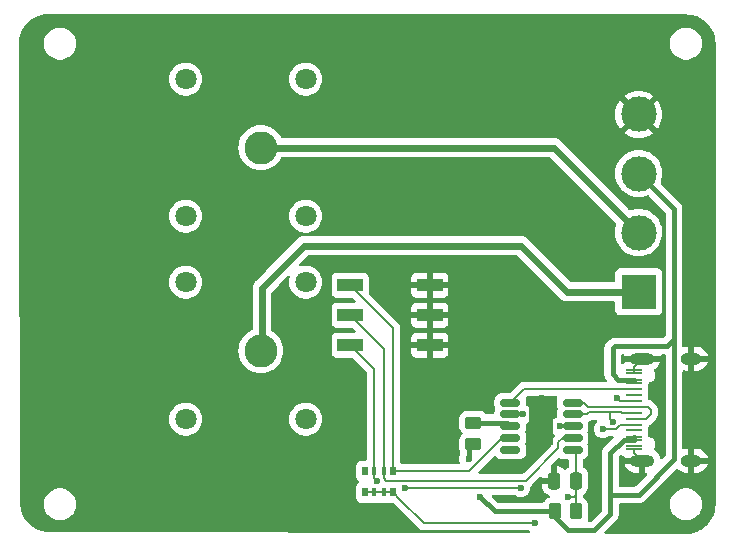
<source format=gbr>
%TF.GenerationSoftware,KiCad,Pcbnew,8.0.6*%
%TF.CreationDate,2024-12-31T11:44:44-06:00*%
%TF.ProjectId,USBCpwr,55534243-7077-4722-9e6b-696361645f70,rev?*%
%TF.SameCoordinates,Original*%
%TF.FileFunction,Copper,L1,Top*%
%TF.FilePolarity,Positive*%
%FSLAX46Y46*%
G04 Gerber Fmt 4.6, Leading zero omitted, Abs format (unit mm)*
G04 Created by KiCad (PCBNEW 8.0.6) date 2024-12-31 11:44:44*
%MOMM*%
%LPD*%
G01*
G04 APERTURE LIST*
G04 Aperture macros list*
%AMRoundRect*
0 Rectangle with rounded corners*
0 $1 Rounding radius*
0 $2 $3 $4 $5 $6 $7 $8 $9 X,Y pos of 4 corners*
0 Add a 4 corners polygon primitive as box body*
4,1,4,$2,$3,$4,$5,$6,$7,$8,$9,$2,$3,0*
0 Add four circle primitives for the rounded corners*
1,1,$1+$1,$2,$3*
1,1,$1+$1,$4,$5*
1,1,$1+$1,$6,$7*
1,1,$1+$1,$8,$9*
0 Add four rect primitives between the rounded corners*
20,1,$1+$1,$2,$3,$4,$5,0*
20,1,$1+$1,$4,$5,$6,$7,0*
20,1,$1+$1,$6,$7,$8,$9,0*
20,1,$1+$1,$8,$9,$2,$3,0*%
G04 Aperture macros list end*
%TA.AperFunction,SMDPad,CuDef*%
%ADD10R,0.500000X0.800000*%
%TD*%
%TA.AperFunction,SMDPad,CuDef*%
%ADD11R,0.400000X0.800000*%
%TD*%
%TA.AperFunction,ComponentPad*%
%ADD12C,1.800000*%
%TD*%
%TA.AperFunction,ComponentPad*%
%ADD13C,2.800000*%
%TD*%
%TA.AperFunction,SMDPad,CuDef*%
%ADD14R,1.400000X0.250000*%
%TD*%
%TA.AperFunction,ComponentPad*%
%ADD15O,2.100000X1.000000*%
%TD*%
%TA.AperFunction,ComponentPad*%
%ADD16O,1.800000X1.000000*%
%TD*%
%TA.AperFunction,SMDPad,CuDef*%
%ADD17RoundRect,0.250000X-0.262500X-0.450000X0.262500X-0.450000X0.262500X0.450000X-0.262500X0.450000X0*%
%TD*%
%TA.AperFunction,SMDPad,CuDef*%
%ADD18RoundRect,0.150000X0.687500X0.150000X-0.687500X0.150000X-0.687500X-0.150000X0.687500X-0.150000X0*%
%TD*%
%TA.AperFunction,HeatsinkPad*%
%ADD19R,2.100000X3.300000*%
%TD*%
%TA.AperFunction,ComponentPad*%
%ADD20R,3.000000X3.000000*%
%TD*%
%TA.AperFunction,ComponentPad*%
%ADD21C,3.000000*%
%TD*%
%TA.AperFunction,SMDPad,CuDef*%
%ADD22RoundRect,0.250000X0.450000X-0.262500X0.450000X0.262500X-0.450000X0.262500X-0.450000X-0.262500X0*%
%TD*%
%TA.AperFunction,SMDPad,CuDef*%
%ADD23RoundRect,0.250000X0.250000X0.475000X-0.250000X0.475000X-0.250000X-0.475000X0.250000X-0.475000X0*%
%TD*%
%TA.AperFunction,SMDPad,CuDef*%
%ADD24R,2.160000X1.120000*%
%TD*%
%TA.AperFunction,ViaPad*%
%ADD25C,0.600000*%
%TD*%
%TA.AperFunction,Conductor*%
%ADD26C,0.600000*%
%TD*%
%TA.AperFunction,Conductor*%
%ADD27C,0.200000*%
%TD*%
%TA.AperFunction,Conductor*%
%ADD28C,0.400000*%
%TD*%
G04 APERTURE END LIST*
D10*
%TO.P,RN2,1,R1.1*%
%TO.N,CFG1*%
X115200000Y-72200000D03*
D11*
%TO.P,RN2,2,R2.1*%
%TO.N,CFG2*%
X114400000Y-72200000D03*
%TO.P,RN2,3,R3.1*%
%TO.N,CFG3*%
X113600000Y-72200000D03*
D10*
%TO.P,RN2,4,R4.1*%
%TO.N,unconnected-(RN2-R4.1-Pad4)*%
X112800000Y-72200000D03*
%TO.P,RN2,5,R4.2*%
%TO.N,VCC*%
X112800000Y-74000000D03*
D11*
%TO.P,RN2,6,R3.2*%
X113600000Y-74000000D03*
%TO.P,RN2,7,R2.2*%
X114400000Y-74000000D03*
D10*
%TO.P,RN2,8,R1.2*%
X115200000Y-74000000D03*
%TD*%
D12*
%TO.P,J5,*%
%TO.N,*%
X97640000Y-56200000D03*
X97640000Y-67800000D03*
X107800000Y-56200000D03*
X107800000Y-67800000D03*
D13*
%TO.P,J5,1,Pin_1*%
%TO.N,Output-*%
X104000000Y-62000000D03*
%TD*%
D14*
%TO.P,J1,A1,GND*%
%TO.N,VSS*%
X135612500Y-70325000D03*
%TO.P,J1,A4,VBUS*%
%TO.N,VBUS*%
X135612500Y-69525000D03*
%TO.P,J1,A5,CC1*%
%TO.N,CC1*%
X135612500Y-68250000D03*
%TO.P,J1,A6,D+*%
%TO.N,D+*%
X135612500Y-67250000D03*
%TO.P,J1,A7,D-*%
%TO.N,D-*%
X135612500Y-66750000D03*
%TO.P,J1,A8,SBU1*%
%TO.N,unconnected-(J1-SBU1-PadA8)*%
X135612500Y-68750000D03*
%TO.P,J1,A9,VBUS*%
%TO.N,VBUS*%
X135612500Y-64475000D03*
%TO.P,J1,A12,GND*%
%TO.N,VSS*%
X135612500Y-63675000D03*
%TO.P,J1,B1,GND*%
X135612500Y-63925000D03*
%TO.P,J1,B4,VBUS*%
%TO.N,VBUS*%
X135612500Y-64725000D03*
%TO.P,J1,B5,CC2*%
%TO.N,CC2*%
X135612500Y-65250000D03*
%TO.P,J1,B6,D+*%
%TO.N,D+*%
X135612500Y-66250000D03*
%TO.P,J1,B7,D-*%
%TO.N,D-*%
X135612500Y-67750000D03*
%TO.P,J1,B8,SBU2*%
%TO.N,unconnected-(J1-SBU2-PadB8)*%
X135612500Y-65750000D03*
%TO.P,J1,B9,VBUS*%
%TO.N,VBUS*%
X135612500Y-69275000D03*
%TO.P,J1,B12,GND*%
%TO.N,VSS*%
X135612500Y-70075000D03*
D15*
%TO.P,J1,S1,SHIELD*%
X136312500Y-71320000D03*
D16*
X140462500Y-71320000D03*
D15*
X136312500Y-62680000D03*
D16*
X140462500Y-62680000D03*
%TD*%
D17*
%TO.P,R2,1*%
%TO.N,VBUS*%
X128887500Y-75600000D03*
%TO.P,R2,2*%
%TO.N,VCC*%
X130712500Y-75600000D03*
%TD*%
D12*
%TO.P,J4,*%
%TO.N,*%
X97640000Y-39000000D03*
X97640000Y-50600000D03*
X107800000Y-39000000D03*
X107800000Y-50600000D03*
D13*
%TO.P,J4,1,Pin_1*%
%TO.N,Output+*%
X104000000Y-44800000D03*
%TD*%
D18*
%TO.P,U1,1,VDD*%
%TO.N,VCC*%
X130400000Y-70400000D03*
%TO.P,U1,2,CFG2*%
%TO.N,CFG2*%
X130400000Y-69400000D03*
%TO.P,U1,3,CFG3*%
%TO.N,CFG3*%
X130400000Y-68400000D03*
%TO.P,U1,4,DP*%
%TO.N,D+*%
X130400000Y-67400000D03*
%TO.P,U1,5,DM*%
%TO.N,D-*%
X130400000Y-66400000D03*
%TO.P,U1,6,CC2*%
%TO.N,CC2*%
X125125000Y-66400000D03*
%TO.P,U1,7,CC1*%
%TO.N,CC1*%
X125125000Y-67400000D03*
%TO.P,U1,8,VBUS*%
%TO.N,Net-(U1-VBUS)*%
X125125000Y-68400000D03*
%TO.P,U1,9,CFG1*%
%TO.N,CFG1*%
X125125000Y-69400000D03*
%TO.P,U1,10,PG*%
%TO.N,unconnected-(U1-PG-Pad10)*%
X125125000Y-70400000D03*
D19*
%TO.P,U1,11,GND*%
%TO.N,VSS*%
X127762500Y-68400000D03*
%TD*%
D20*
%TO.P,J3,1,Pin_1*%
%TO.N,Output-*%
X136000000Y-57000000D03*
D21*
%TO.P,J3,2,Pin_2*%
%TO.N,Output+*%
X136000000Y-52000000D03*
%TO.P,J3,3,Pin_3*%
%TO.N,VBUS*%
X136000000Y-47000000D03*
%TO.P,J3,4,Pin_4*%
%TO.N,VSS*%
X136000000Y-42000000D03*
%TD*%
D22*
%TO.P,R1,1*%
%TO.N,VBUS*%
X122000000Y-69912500D03*
%TO.P,R1,2*%
%TO.N,Net-(U1-VBUS)*%
X122000000Y-68087500D03*
%TD*%
D23*
%TO.P,C1,1*%
%TO.N,VCC*%
X130700000Y-73000000D03*
%TO.P,C1,2*%
%TO.N,VSS*%
X128800000Y-73000000D03*
%TD*%
D24*
%TO.P,SW1,1*%
%TO.N,CFG1*%
X111570000Y-56460000D03*
%TO.P,SW1,2*%
%TO.N,CFG2*%
X111570000Y-59000000D03*
%TO.P,SW1,3*%
%TO.N,CFG3*%
X111570000Y-61540000D03*
%TO.P,SW1,4*%
%TO.N,VSS*%
X118300000Y-61540000D03*
%TO.P,SW1,5*%
X118300000Y-59000000D03*
%TO.P,SW1,6*%
X118300000Y-56460000D03*
%TD*%
D25*
%TO.N,VSS*%
X127800000Y-66000000D03*
X123800000Y-64000000D03*
X132400000Y-70400000D03*
X127500000Y-74300000D03*
X110200000Y-75200000D03*
X132600000Y-73900000D03*
X126600000Y-63000000D03*
X122500000Y-65900000D03*
X125500000Y-72000000D03*
X107900000Y-72800000D03*
X129800000Y-62900000D03*
%TO.N,VCC*%
X130000000Y-74400000D03*
X127200000Y-76600000D03*
%TO.N,VBUS*%
X121600000Y-71200000D03*
X122600000Y-74400000D03*
%TO.N,D+*%
X133800000Y-68000000D03*
X134200000Y-66000000D03*
%TO.N,CC1*%
X133000000Y-68600000D03*
X126212498Y-67400000D03*
%TO.N,CFG3*%
X116200000Y-73600000D03*
X113800000Y-73000000D03*
X126000000Y-73600000D03*
X129312502Y-68400000D03*
%TD*%
D26*
%TO.N,Output-*%
X136000000Y-57000000D02*
X129900000Y-57000000D01*
X129900000Y-57000000D02*
X126000000Y-53100000D01*
X126000000Y-53100000D02*
X107700000Y-53100000D01*
X107700000Y-53100000D02*
X104100000Y-56700000D01*
X104100000Y-56700000D02*
X104100000Y-61900000D01*
X104100000Y-61900000D02*
X104000000Y-62000000D01*
D27*
%TO.N,CFG1*%
X115200000Y-72200000D02*
X115200000Y-60090000D01*
X115200000Y-60090000D02*
X111570000Y-56460000D01*
%TO.N,CFG2*%
X114400000Y-72200000D02*
X114400000Y-61830000D01*
X114400000Y-61830000D02*
X111570000Y-59000000D01*
%TO.N,CFG3*%
X113600000Y-72200000D02*
X113600000Y-63570000D01*
X113600000Y-63570000D02*
X111570000Y-61540000D01*
%TO.N,VSS*%
X135612500Y-63380000D02*
X136312500Y-62680000D01*
X135612500Y-70325000D02*
X135612500Y-70620000D01*
X135612500Y-63925000D02*
X135612500Y-63380000D01*
X135612500Y-70620000D02*
X136312500Y-71320000D01*
%TO.N,VCC*%
X130700000Y-73000000D02*
X130700000Y-70700000D01*
X130000000Y-74400000D02*
X130512500Y-74400000D01*
X130712500Y-75600000D02*
X130712500Y-74200000D01*
X130712500Y-74200000D02*
X130712500Y-73012500D01*
X130712500Y-73012500D02*
X130700000Y-73000000D01*
X117800000Y-76600000D02*
X127200000Y-76600000D01*
X130700000Y-70700000D02*
X130400000Y-70400000D01*
X130512500Y-74400000D02*
X130712500Y-74200000D01*
X115200000Y-74000000D02*
X115800000Y-74600000D01*
X115800000Y-74600000D02*
X117800000Y-76600000D01*
X112800000Y-74000000D02*
X115200000Y-74000000D01*
%TO.N,CC2*%
X126275000Y-65250000D02*
X125125000Y-66400000D01*
X135612500Y-65250000D02*
X126275000Y-65250000D01*
D28*
%TO.N,VBUS*%
X135612500Y-69525000D02*
X134712500Y-69525000D01*
X133600000Y-75800000D02*
X132200000Y-77200000D01*
X138400000Y-61600000D02*
X139000000Y-61000000D01*
X139000000Y-71200000D02*
X139000000Y-61000000D01*
X139000000Y-61000000D02*
X139000000Y-50000000D01*
X134000000Y-61600000D02*
X138400000Y-61600000D01*
X135612500Y-64475000D02*
X134275000Y-64475000D01*
X134712500Y-69525000D02*
X133600000Y-70637500D01*
X121600000Y-71200000D02*
X121600000Y-70312500D01*
X135612500Y-69275000D02*
X135612500Y-69525000D01*
X133800000Y-61800000D02*
X134000000Y-61600000D01*
X134275000Y-64475000D02*
X133800000Y-64000000D01*
X133800000Y-64000000D02*
X133800000Y-61800000D01*
X133600000Y-74200000D02*
X136000000Y-74200000D01*
X133600000Y-70637500D02*
X133600000Y-74200000D01*
X123800000Y-75600000D02*
X122600000Y-74400000D01*
X130000000Y-77200000D02*
X128887500Y-76087500D01*
X128887500Y-76087500D02*
X128887500Y-75600000D01*
X132200000Y-77200000D02*
X130000000Y-77200000D01*
X121600000Y-70312500D02*
X122000000Y-69912500D01*
X128887500Y-75600000D02*
X123800000Y-75600000D01*
X139000000Y-50000000D02*
X136000000Y-47000000D01*
X136000000Y-74200000D02*
X139000000Y-71200000D01*
X133600000Y-74200000D02*
X133600000Y-75800000D01*
D27*
%TO.N,D-*%
X135612500Y-66750000D02*
X134562499Y-66750000D01*
X134537499Y-66775000D02*
X131737817Y-66775000D01*
X137000000Y-67400000D02*
X137000000Y-67000000D01*
X131737817Y-66775000D02*
X131362817Y-66400000D01*
X136750000Y-66750000D02*
X135612500Y-66750000D01*
X134562499Y-66750000D02*
X134537499Y-66775000D01*
X137000000Y-67000000D02*
X136750000Y-66750000D01*
X135612500Y-67750000D02*
X136650000Y-67750000D01*
X131362817Y-66400000D02*
X130400000Y-66400000D01*
X136650000Y-67750000D02*
X137000000Y-67400000D01*
%TO.N,D+*%
X135612500Y-67250000D02*
X134562499Y-67250000D01*
X131625000Y-67400000D02*
X130400000Y-67400000D01*
X134450000Y-66250000D02*
X134200000Y-66000000D01*
X133800000Y-68000000D02*
X133600000Y-67800000D01*
X134562499Y-67250000D02*
X134537499Y-67225000D01*
X133600000Y-67800000D02*
X133600000Y-67225000D01*
X135612500Y-66250000D02*
X134450000Y-66250000D01*
X131800000Y-67225000D02*
X131625000Y-67400000D01*
X133600000Y-67225000D02*
X131800000Y-67225000D01*
X134537499Y-67225000D02*
X133600000Y-67225000D01*
%TO.N,CC1*%
X126212498Y-67400000D02*
X125125000Y-67400000D01*
X135612500Y-68250000D02*
X134398529Y-68250000D01*
X134048529Y-68600000D02*
X133000000Y-68600000D01*
X134398529Y-68250000D02*
X134048529Y-68600000D01*
D26*
%TO.N,Output+*%
X136000000Y-52000000D02*
X128800000Y-44800000D01*
X128800000Y-44800000D02*
X104000000Y-44800000D01*
D28*
%TO.N,Net-(U1-VBUS)*%
X122000000Y-68087500D02*
X124812500Y-68087500D01*
X124812500Y-68087500D02*
X125125000Y-68400000D01*
D27*
%TO.N,CFG2*%
X114400000Y-72800000D02*
X114600000Y-73000000D01*
X129200000Y-70262500D02*
X129200000Y-69762501D01*
X126462500Y-73000000D02*
X129200000Y-70262500D01*
X114400000Y-72200000D02*
X114400000Y-72800000D01*
X114600000Y-73000000D02*
X126462500Y-73000000D01*
X129200000Y-69762501D02*
X129562501Y-69400000D01*
X129562501Y-69400000D02*
X130400000Y-69400000D01*
%TO.N,CFG3*%
X116200000Y-73600000D02*
X126000000Y-73600000D01*
X129312502Y-68400000D02*
X130400000Y-68400000D01*
X113600000Y-72200000D02*
X113600000Y-72800000D01*
X113600000Y-72800000D02*
X113800000Y-73000000D01*
%TO.N,CFG1*%
X121600000Y-72200000D02*
X124400000Y-69400000D01*
X124400000Y-69400000D02*
X125125000Y-69400000D01*
X115200000Y-72200000D02*
X121600000Y-72200000D01*
%TD*%
%TA.AperFunction,Conductor*%
%TO.N,VSS*%
G36*
X139925815Y-33521790D02*
G01*
X139926251Y-33521820D01*
X139934108Y-33521820D01*
X139996250Y-33521820D01*
X140003737Y-33522046D01*
X140293794Y-33539591D01*
X140308656Y-33541395D01*
X140590799Y-33593100D01*
X140605324Y-33596681D01*
X140879179Y-33682018D01*
X140893153Y-33687317D01*
X141154749Y-33805052D01*
X141167973Y-33811993D01*
X141413459Y-33960395D01*
X141425770Y-33968893D01*
X141624353Y-34124473D01*
X141651561Y-34145789D01*
X141662770Y-34155719D01*
X141865591Y-34358542D01*
X141875520Y-34369750D01*
X142052414Y-34595540D01*
X142060920Y-34607864D01*
X142209301Y-34853320D01*
X142216260Y-34866578D01*
X142333979Y-35128142D01*
X142339289Y-35142143D01*
X142424622Y-35415991D01*
X142428205Y-35430530D01*
X142479905Y-35712656D01*
X142481710Y-35727521D01*
X142499273Y-36017912D01*
X142499499Y-36025398D01*
X142499499Y-36097196D01*
X142499500Y-36097209D01*
X142499500Y-74996249D01*
X142499274Y-75003736D01*
X142481728Y-75293794D01*
X142479923Y-75308659D01*
X142428219Y-75590798D01*
X142424635Y-75605336D01*
X142339306Y-75879167D01*
X142333997Y-75893168D01*
X142216275Y-76154736D01*
X142209316Y-76167995D01*
X142060928Y-76413459D01*
X142052422Y-76425782D01*
X141875526Y-76651573D01*
X141865596Y-76662781D01*
X141662781Y-76865596D01*
X141651573Y-76875526D01*
X141425782Y-77052422D01*
X141413459Y-77060928D01*
X141167995Y-77209316D01*
X141154736Y-77216275D01*
X140893168Y-77333997D01*
X140879167Y-77339306D01*
X140605336Y-77424635D01*
X140590798Y-77428219D01*
X140308659Y-77479923D01*
X140293794Y-77481728D01*
X140003894Y-77499264D01*
X139996128Y-77499490D01*
X133205540Y-77484198D01*
X133138545Y-77464362D01*
X133092909Y-77411455D01*
X133083121Y-77342275D01*
X133112289Y-77278784D01*
X133118121Y-77272534D01*
X134144114Y-76246543D01*
X134220775Y-76131811D01*
X134273580Y-76004328D01*
X134290586Y-75918834D01*
X134300500Y-75868996D01*
X134300500Y-75024500D01*
X134320185Y-74957461D01*
X134372989Y-74911706D01*
X134424500Y-74900500D01*
X136068996Y-74900500D01*
X136103115Y-74893713D01*
X138649500Y-74893713D01*
X138649500Y-75106286D01*
X138681552Y-75308659D01*
X138682754Y-75316243D01*
X138737265Y-75484011D01*
X138748444Y-75518414D01*
X138844951Y-75707820D01*
X138969890Y-75879786D01*
X139120213Y-76030109D01*
X139292179Y-76155048D01*
X139292181Y-76155049D01*
X139292184Y-76155051D01*
X139481588Y-76251557D01*
X139683757Y-76317246D01*
X139893713Y-76350500D01*
X139893714Y-76350500D01*
X140106286Y-76350500D01*
X140106287Y-76350500D01*
X140316243Y-76317246D01*
X140518412Y-76251557D01*
X140707816Y-76155051D01*
X140783566Y-76100016D01*
X140879786Y-76030109D01*
X140879788Y-76030106D01*
X140879792Y-76030104D01*
X141030104Y-75879792D01*
X141030106Y-75879788D01*
X141030109Y-75879786D01*
X141155048Y-75707820D01*
X141155047Y-75707820D01*
X141155051Y-75707816D01*
X141251557Y-75518412D01*
X141317246Y-75316243D01*
X141350500Y-75106287D01*
X141350500Y-74893713D01*
X141317246Y-74683757D01*
X141251557Y-74481588D01*
X141155051Y-74292184D01*
X141155049Y-74292181D01*
X141155048Y-74292179D01*
X141030109Y-74120213D01*
X140879786Y-73969890D01*
X140707820Y-73844951D01*
X140518414Y-73748444D01*
X140518413Y-73748443D01*
X140518412Y-73748443D01*
X140316243Y-73682754D01*
X140316241Y-73682753D01*
X140316240Y-73682753D01*
X140154957Y-73657208D01*
X140106287Y-73649500D01*
X139893713Y-73649500D01*
X139845042Y-73657208D01*
X139683760Y-73682753D01*
X139481585Y-73748444D01*
X139292179Y-73844951D01*
X139120213Y-73969890D01*
X138969890Y-74120213D01*
X138844951Y-74292179D01*
X138748444Y-74481585D01*
X138682753Y-74683760D01*
X138649500Y-74893713D01*
X136103115Y-74893713D01*
X136170359Y-74880337D01*
X136204328Y-74873580D01*
X136276233Y-74843796D01*
X136331807Y-74820777D01*
X136331808Y-74820776D01*
X136331811Y-74820775D01*
X136446543Y-74744114D01*
X139171793Y-72018863D01*
X139233112Y-71985381D01*
X139302803Y-71990365D01*
X139347151Y-72018866D01*
X139425033Y-72096748D01*
X139425037Y-72096751D01*
X139588815Y-72206185D01*
X139588828Y-72206192D01*
X139770806Y-72281569D01*
X139770818Y-72281572D01*
X139964004Y-72319999D01*
X139964008Y-72320000D01*
X140212500Y-72320000D01*
X140212500Y-71620000D01*
X140712500Y-71620000D01*
X140712500Y-72320000D01*
X140960992Y-72320000D01*
X140960995Y-72319999D01*
X141154181Y-72281572D01*
X141154193Y-72281569D01*
X141336171Y-72206192D01*
X141336184Y-72206185D01*
X141499962Y-72096751D01*
X141499966Y-72096748D01*
X141639248Y-71957466D01*
X141639251Y-71957462D01*
X141748685Y-71793684D01*
X141748692Y-71793671D01*
X141824069Y-71611692D01*
X141824069Y-71611690D01*
X141832362Y-71570000D01*
X141029488Y-71570000D01*
X141046705Y-71560060D01*
X141102560Y-71504205D01*
X141142056Y-71435796D01*
X141162500Y-71359496D01*
X141162500Y-71280504D01*
X141142056Y-71204204D01*
X141102560Y-71135795D01*
X141046705Y-71079940D01*
X141029488Y-71070000D01*
X141832362Y-71070000D01*
X141824069Y-71028309D01*
X141824069Y-71028307D01*
X141748692Y-70846328D01*
X141748685Y-70846315D01*
X141639251Y-70682537D01*
X141639248Y-70682533D01*
X141499966Y-70543251D01*
X141499962Y-70543248D01*
X141336184Y-70433814D01*
X141336171Y-70433807D01*
X141154193Y-70358430D01*
X141154181Y-70358427D01*
X140960995Y-70320000D01*
X140712500Y-70320000D01*
X140712500Y-71020000D01*
X140212500Y-71020000D01*
X140212500Y-70320000D01*
X139964011Y-70320000D01*
X139848691Y-70342938D01*
X139779099Y-70336710D01*
X139723922Y-70293846D01*
X139700678Y-70227956D01*
X139700500Y-70221320D01*
X139700500Y-63778679D01*
X139720185Y-63711640D01*
X139772989Y-63665885D01*
X139842147Y-63655941D01*
X139848692Y-63657062D01*
X139964007Y-63679999D01*
X139964008Y-63680000D01*
X140212500Y-63680000D01*
X140212500Y-62980000D01*
X140712500Y-62980000D01*
X140712500Y-63680000D01*
X140960992Y-63680000D01*
X140960995Y-63679999D01*
X141154181Y-63641572D01*
X141154193Y-63641569D01*
X141336171Y-63566192D01*
X141336184Y-63566185D01*
X141499962Y-63456751D01*
X141499966Y-63456748D01*
X141639248Y-63317466D01*
X141639251Y-63317462D01*
X141748685Y-63153684D01*
X141748692Y-63153671D01*
X141824069Y-62971692D01*
X141824069Y-62971690D01*
X141832362Y-62930000D01*
X141029488Y-62930000D01*
X141046705Y-62920060D01*
X141102560Y-62864205D01*
X141142056Y-62795796D01*
X141162500Y-62719496D01*
X141162500Y-62640504D01*
X141142056Y-62564204D01*
X141102560Y-62495795D01*
X141046705Y-62439940D01*
X141029488Y-62430000D01*
X141832362Y-62430000D01*
X141824069Y-62388309D01*
X141824069Y-62388307D01*
X141748692Y-62206328D01*
X141748685Y-62206315D01*
X141639251Y-62042537D01*
X141639248Y-62042533D01*
X141499966Y-61903251D01*
X141499962Y-61903248D01*
X141336184Y-61793814D01*
X141336171Y-61793807D01*
X141154193Y-61718430D01*
X141154181Y-61718427D01*
X140960995Y-61680000D01*
X140712500Y-61680000D01*
X140712500Y-62380000D01*
X140212500Y-62380000D01*
X140212500Y-61680000D01*
X139964011Y-61680000D01*
X139848691Y-61702938D01*
X139779099Y-61696710D01*
X139723922Y-61653846D01*
X139700678Y-61587956D01*
X139700500Y-61581320D01*
X139700500Y-49931004D01*
X139673581Y-49795677D01*
X139673580Y-49795676D01*
X139673580Y-49795672D01*
X139620775Y-49668189D01*
X139561934Y-49580127D01*
X139544114Y-49553457D01*
X139544112Y-49553454D01*
X139544109Y-49553451D01*
X137880567Y-47889910D01*
X137847082Y-47828587D01*
X137852065Y-47758897D01*
X137924369Y-47565046D01*
X137985196Y-47285428D01*
X138005610Y-47000000D01*
X137985196Y-46714572D01*
X137945734Y-46533169D01*
X137924371Y-46434962D01*
X137924370Y-46434960D01*
X137924369Y-46434954D01*
X137824367Y-46166839D01*
X137759340Y-46047752D01*
X137687229Y-45915690D01*
X137687224Y-45915682D01*
X137515745Y-45686612D01*
X137515729Y-45686594D01*
X137313405Y-45484270D01*
X137313387Y-45484254D01*
X137084317Y-45312775D01*
X137084309Y-45312770D01*
X136833166Y-45175635D01*
X136833167Y-45175635D01*
X136725915Y-45135632D01*
X136565046Y-45075631D01*
X136565043Y-45075630D01*
X136565037Y-45075628D01*
X136285433Y-45014804D01*
X136000001Y-44994390D01*
X135999999Y-44994390D01*
X135714566Y-45014804D01*
X135434962Y-45075628D01*
X135166833Y-45175635D01*
X134915690Y-45312770D01*
X134915682Y-45312775D01*
X134686612Y-45484254D01*
X134686594Y-45484270D01*
X134484270Y-45686594D01*
X134484254Y-45686612D01*
X134312775Y-45915682D01*
X134312770Y-45915690D01*
X134175635Y-46166833D01*
X134075628Y-46434962D01*
X134014804Y-46714566D01*
X133994390Y-46999998D01*
X133994390Y-47000001D01*
X134014804Y-47285433D01*
X134075628Y-47565037D01*
X134175635Y-47833166D01*
X134312770Y-48084309D01*
X134312775Y-48084317D01*
X134484254Y-48313387D01*
X134484270Y-48313405D01*
X134686594Y-48515729D01*
X134686612Y-48515745D01*
X134915682Y-48687224D01*
X134915690Y-48687229D01*
X135166833Y-48824364D01*
X135166832Y-48824364D01*
X135166836Y-48824365D01*
X135166839Y-48824367D01*
X135434954Y-48924369D01*
X135434960Y-48924370D01*
X135434962Y-48924371D01*
X135714566Y-48985195D01*
X135714568Y-48985195D01*
X135714572Y-48985196D01*
X135968220Y-49003337D01*
X135999999Y-49005610D01*
X136000000Y-49005610D01*
X136000001Y-49005610D01*
X136028595Y-49003564D01*
X136285428Y-48985196D01*
X136565046Y-48924369D01*
X136758897Y-48852065D01*
X136828587Y-48847082D01*
X136889910Y-48880567D01*
X138263181Y-50253838D01*
X138296666Y-50315161D01*
X138299500Y-50341519D01*
X138299500Y-60658481D01*
X138279815Y-60725520D01*
X138263181Y-60746162D01*
X138146162Y-60863181D01*
X138084839Y-60896666D01*
X138058481Y-60899500D01*
X133931004Y-60899500D01*
X133795677Y-60926418D01*
X133795667Y-60926421D01*
X133668192Y-60979222D01*
X133553454Y-61055887D01*
X133255887Y-61353454D01*
X133179224Y-61468190D01*
X133126421Y-61595666D01*
X133126420Y-61595672D01*
X133121418Y-61620821D01*
X133099500Y-61731004D01*
X133099500Y-61731007D01*
X133099500Y-63931006D01*
X133099500Y-64068994D01*
X133099500Y-64068996D01*
X133099499Y-64068996D01*
X133126418Y-64204322D01*
X133126421Y-64204332D01*
X133179222Y-64331807D01*
X133255890Y-64446550D01*
X133256127Y-64446838D01*
X133256203Y-64447018D01*
X133259271Y-64451609D01*
X133258400Y-64452190D01*
X133283439Y-64511148D01*
X133271645Y-64580016D01*
X133224492Y-64631574D01*
X133160272Y-64649500D01*
X126361670Y-64649500D01*
X126361654Y-64649499D01*
X126354058Y-64649499D01*
X126195943Y-64649499D01*
X126119579Y-64669961D01*
X126043214Y-64690423D01*
X126043209Y-64690426D01*
X125906290Y-64769475D01*
X125906282Y-64769481D01*
X125112584Y-65563181D01*
X125051261Y-65596666D01*
X125024903Y-65599500D01*
X124371798Y-65599500D01*
X124334932Y-65602401D01*
X124334926Y-65602402D01*
X124177106Y-65648254D01*
X124177103Y-65648255D01*
X124035637Y-65731917D01*
X124035629Y-65731923D01*
X123919423Y-65848129D01*
X123919417Y-65848137D01*
X123835755Y-65989603D01*
X123835754Y-65989606D01*
X123789902Y-66147426D01*
X123789901Y-66147432D01*
X123787000Y-66184298D01*
X123787000Y-66615701D01*
X123789901Y-66652567D01*
X123789902Y-66652573D01*
X123835753Y-66810393D01*
X123851418Y-66836881D01*
X123868598Y-66904606D01*
X123851418Y-66963119D01*
X123835753Y-66989606D01*
X123789902Y-67147426D01*
X123789901Y-67147432D01*
X123787000Y-67184298D01*
X123787000Y-67263000D01*
X123767315Y-67330039D01*
X123714511Y-67375794D01*
X123663000Y-67387000D01*
X123124730Y-67387000D01*
X123057691Y-67367315D01*
X123037049Y-67350681D01*
X122918657Y-67232289D01*
X122918656Y-67232288D01*
X122769334Y-67140186D01*
X122602797Y-67085001D01*
X122602795Y-67085000D01*
X122500010Y-67074500D01*
X121499998Y-67074500D01*
X121499980Y-67074501D01*
X121397203Y-67085000D01*
X121397200Y-67085001D01*
X121230668Y-67140185D01*
X121230663Y-67140187D01*
X121081342Y-67232289D01*
X120957289Y-67356342D01*
X120865187Y-67505663D01*
X120865185Y-67505668D01*
X120844300Y-67568695D01*
X120810001Y-67672203D01*
X120810001Y-67672204D01*
X120810000Y-67672204D01*
X120799500Y-67774983D01*
X120799500Y-68400001D01*
X120799501Y-68400019D01*
X120810000Y-68502796D01*
X120810001Y-68502799D01*
X120842211Y-68600000D01*
X120865186Y-68669334D01*
X120952196Y-68810401D01*
X120957289Y-68818657D01*
X121050951Y-68912319D01*
X121084436Y-68973642D01*
X121079452Y-69043334D01*
X121050951Y-69087681D01*
X120957289Y-69181342D01*
X120865187Y-69330663D01*
X120865185Y-69330668D01*
X120847059Y-69385369D01*
X120810001Y-69497203D01*
X120810001Y-69497204D01*
X120810000Y-69497204D01*
X120799500Y-69599983D01*
X120799500Y-70225001D01*
X120799501Y-70225019D01*
X120810000Y-70327796D01*
X120810001Y-70327799D01*
X120855631Y-70465500D01*
X120865186Y-70494334D01*
X120881039Y-70520036D01*
X120899500Y-70585132D01*
X120899500Y-70774507D01*
X120880494Y-70840478D01*
X120874209Y-70850479D01*
X120814633Y-71020737D01*
X120814630Y-71020750D01*
X120794435Y-71199996D01*
X120794435Y-71200003D01*
X120814630Y-71379249D01*
X120814633Y-71379262D01*
X120833978Y-71434545D01*
X120837540Y-71504324D01*
X120802812Y-71564951D01*
X120740818Y-71597179D01*
X120716937Y-71599500D01*
X115987180Y-71599500D01*
X115920141Y-71579815D01*
X115887913Y-71549810D01*
X115825233Y-71466079D01*
X115800816Y-71400615D01*
X115800500Y-71391769D01*
X115800500Y-62147844D01*
X116720000Y-62147844D01*
X116726401Y-62207372D01*
X116726403Y-62207379D01*
X116776645Y-62342086D01*
X116776649Y-62342093D01*
X116862809Y-62457187D01*
X116862812Y-62457190D01*
X116977906Y-62543350D01*
X116977913Y-62543354D01*
X117112620Y-62593596D01*
X117112627Y-62593598D01*
X117172155Y-62599999D01*
X117172172Y-62600000D01*
X118050000Y-62600000D01*
X118550000Y-62600000D01*
X119427828Y-62600000D01*
X119427844Y-62599999D01*
X119487372Y-62593598D01*
X119487379Y-62593596D01*
X119622086Y-62543354D01*
X119622093Y-62543350D01*
X119737187Y-62457190D01*
X119737190Y-62457187D01*
X119823350Y-62342093D01*
X119823354Y-62342086D01*
X119873596Y-62207379D01*
X119873598Y-62207372D01*
X119879999Y-62147844D01*
X119880000Y-62147827D01*
X119880000Y-61790000D01*
X118550000Y-61790000D01*
X118550000Y-62600000D01*
X118050000Y-62600000D01*
X118050000Y-61790000D01*
X116720000Y-61790000D01*
X116720000Y-62147844D01*
X115800500Y-62147844D01*
X115800500Y-60932155D01*
X116720000Y-60932155D01*
X116720000Y-61290000D01*
X118050000Y-61290000D01*
X118550000Y-61290000D01*
X119880000Y-61290000D01*
X119880000Y-60932172D01*
X119879999Y-60932155D01*
X119873598Y-60872627D01*
X119873596Y-60872620D01*
X119823354Y-60737913D01*
X119823350Y-60737906D01*
X119737190Y-60622812D01*
X119737187Y-60622809D01*
X119622093Y-60536649D01*
X119622086Y-60536645D01*
X119487379Y-60486403D01*
X119487372Y-60486401D01*
X119427844Y-60480000D01*
X118550000Y-60480000D01*
X118550000Y-61290000D01*
X118050000Y-61290000D01*
X118050000Y-60480000D01*
X117172155Y-60480000D01*
X117112627Y-60486401D01*
X117112620Y-60486403D01*
X116977913Y-60536645D01*
X116977906Y-60536649D01*
X116862812Y-60622809D01*
X116862809Y-60622812D01*
X116776649Y-60737906D01*
X116776645Y-60737913D01*
X116726403Y-60872620D01*
X116726401Y-60872627D01*
X116720000Y-60932155D01*
X115800500Y-60932155D01*
X115800500Y-60010945D01*
X115800499Y-60010941D01*
X115798466Y-60003354D01*
X115775475Y-59917546D01*
X115759577Y-59858215D01*
X115759576Y-59858214D01*
X115759576Y-59858212D01*
X115759575Y-59858211D01*
X115727313Y-59802332D01*
X115727312Y-59802331D01*
X115680520Y-59721284D01*
X115568716Y-59609480D01*
X115568715Y-59609479D01*
X115567080Y-59607844D01*
X116720000Y-59607844D01*
X116726401Y-59667372D01*
X116726403Y-59667379D01*
X116776645Y-59802086D01*
X116776649Y-59802093D01*
X116862809Y-59917187D01*
X116862812Y-59917190D01*
X116977906Y-60003350D01*
X116977913Y-60003354D01*
X117112620Y-60053596D01*
X117112627Y-60053598D01*
X117172155Y-60059999D01*
X117172172Y-60060000D01*
X118050000Y-60060000D01*
X118550000Y-60060000D01*
X119427828Y-60060000D01*
X119427844Y-60059999D01*
X119487372Y-60053598D01*
X119487379Y-60053596D01*
X119622086Y-60003354D01*
X119622093Y-60003350D01*
X119737187Y-59917190D01*
X119737190Y-59917187D01*
X119823350Y-59802093D01*
X119823354Y-59802086D01*
X119873596Y-59667379D01*
X119873598Y-59667372D01*
X119879999Y-59607844D01*
X119880000Y-59607827D01*
X119880000Y-59250000D01*
X118550000Y-59250000D01*
X118550000Y-60060000D01*
X118050000Y-60060000D01*
X118050000Y-59250000D01*
X116720000Y-59250000D01*
X116720000Y-59607844D01*
X115567080Y-59607844D01*
X115564385Y-59605149D01*
X115564374Y-59605139D01*
X114351390Y-58392155D01*
X116720000Y-58392155D01*
X116720000Y-58750000D01*
X118050000Y-58750000D01*
X118550000Y-58750000D01*
X119880000Y-58750000D01*
X119880000Y-58392172D01*
X119879999Y-58392155D01*
X119873598Y-58332627D01*
X119873596Y-58332620D01*
X119823354Y-58197913D01*
X119823350Y-58197906D01*
X119737190Y-58082812D01*
X119737187Y-58082809D01*
X119622093Y-57996649D01*
X119622086Y-57996645D01*
X119487379Y-57946403D01*
X119487372Y-57946401D01*
X119427844Y-57940000D01*
X118550000Y-57940000D01*
X118550000Y-58750000D01*
X118050000Y-58750000D01*
X118050000Y-57940000D01*
X117172155Y-57940000D01*
X117112627Y-57946401D01*
X117112620Y-57946403D01*
X116977913Y-57996645D01*
X116977906Y-57996649D01*
X116862812Y-58082809D01*
X116862809Y-58082812D01*
X116776649Y-58197906D01*
X116776645Y-58197913D01*
X116726403Y-58332620D01*
X116726401Y-58332627D01*
X116720000Y-58392155D01*
X114351390Y-58392155D01*
X113180471Y-57221236D01*
X113146986Y-57159913D01*
X113144863Y-57120299D01*
X113150499Y-57067880D01*
X113150500Y-57067873D01*
X113150500Y-57067844D01*
X116720000Y-57067844D01*
X116726401Y-57127372D01*
X116726403Y-57127379D01*
X116776645Y-57262086D01*
X116776649Y-57262093D01*
X116862809Y-57377187D01*
X116862812Y-57377190D01*
X116977906Y-57463350D01*
X116977913Y-57463354D01*
X117112620Y-57513596D01*
X117112627Y-57513598D01*
X117172155Y-57519999D01*
X117172172Y-57520000D01*
X118050000Y-57520000D01*
X118550000Y-57520000D01*
X119427828Y-57520000D01*
X119427844Y-57519999D01*
X119487372Y-57513598D01*
X119487379Y-57513596D01*
X119622086Y-57463354D01*
X119622093Y-57463350D01*
X119737187Y-57377190D01*
X119737190Y-57377187D01*
X119823350Y-57262093D01*
X119823354Y-57262086D01*
X119873596Y-57127379D01*
X119873598Y-57127372D01*
X119879999Y-57067844D01*
X119880000Y-57067827D01*
X119880000Y-56710000D01*
X118550000Y-56710000D01*
X118550000Y-57520000D01*
X118050000Y-57520000D01*
X118050000Y-56710000D01*
X116720000Y-56710000D01*
X116720000Y-57067844D01*
X113150500Y-57067844D01*
X113150499Y-55852155D01*
X116720000Y-55852155D01*
X116720000Y-56210000D01*
X118050000Y-56210000D01*
X118550000Y-56210000D01*
X119880000Y-56210000D01*
X119880000Y-55852172D01*
X119879999Y-55852155D01*
X119873598Y-55792627D01*
X119873596Y-55792620D01*
X119823354Y-55657913D01*
X119823350Y-55657906D01*
X119737190Y-55542812D01*
X119737187Y-55542809D01*
X119622093Y-55456649D01*
X119622086Y-55456645D01*
X119487379Y-55406403D01*
X119487372Y-55406401D01*
X119427844Y-55400000D01*
X118550000Y-55400000D01*
X118550000Y-56210000D01*
X118050000Y-56210000D01*
X118050000Y-55400000D01*
X117172155Y-55400000D01*
X117112627Y-55406401D01*
X117112620Y-55406403D01*
X116977913Y-55456645D01*
X116977906Y-55456649D01*
X116862812Y-55542809D01*
X116862809Y-55542812D01*
X116776649Y-55657906D01*
X116776645Y-55657913D01*
X116726403Y-55792620D01*
X116726401Y-55792627D01*
X116720000Y-55852155D01*
X113150499Y-55852155D01*
X113150499Y-55852128D01*
X113144091Y-55792517D01*
X113125883Y-55743700D01*
X113093797Y-55657671D01*
X113093793Y-55657664D01*
X113007547Y-55542455D01*
X113007544Y-55542452D01*
X112892335Y-55456206D01*
X112892328Y-55456202D01*
X112757482Y-55405908D01*
X112757483Y-55405908D01*
X112697883Y-55399501D01*
X112697881Y-55399500D01*
X112697873Y-55399500D01*
X112697864Y-55399500D01*
X110442129Y-55399500D01*
X110442123Y-55399501D01*
X110382516Y-55405908D01*
X110247671Y-55456202D01*
X110247664Y-55456206D01*
X110132455Y-55542452D01*
X110132452Y-55542455D01*
X110046206Y-55657664D01*
X110046202Y-55657671D01*
X109995908Y-55792517D01*
X109994888Y-55802009D01*
X109989501Y-55852123D01*
X109989500Y-55852135D01*
X109989500Y-57067870D01*
X109989501Y-57067876D01*
X109995908Y-57127483D01*
X110046202Y-57262328D01*
X110046206Y-57262335D01*
X110132452Y-57377544D01*
X110132455Y-57377547D01*
X110247664Y-57463793D01*
X110247671Y-57463797D01*
X110382517Y-57514091D01*
X110382516Y-57514091D01*
X110389444Y-57514835D01*
X110442127Y-57520500D01*
X111729902Y-57520499D01*
X111796941Y-57540184D01*
X111817583Y-57556818D01*
X111988584Y-57727819D01*
X112022069Y-57789142D01*
X112017085Y-57858834D01*
X111975213Y-57914767D01*
X111909749Y-57939184D01*
X111900903Y-57939500D01*
X110442129Y-57939500D01*
X110442123Y-57939501D01*
X110382516Y-57945908D01*
X110247671Y-57996202D01*
X110247664Y-57996206D01*
X110132455Y-58082452D01*
X110132452Y-58082455D01*
X110046206Y-58197664D01*
X110046202Y-58197671D01*
X109995908Y-58332517D01*
X109989501Y-58392116D01*
X109989500Y-58392135D01*
X109989500Y-59607870D01*
X109989501Y-59607876D01*
X109995908Y-59667483D01*
X110046202Y-59802328D01*
X110046206Y-59802335D01*
X110132452Y-59917544D01*
X110132455Y-59917547D01*
X110247664Y-60003793D01*
X110247671Y-60003797D01*
X110382517Y-60054091D01*
X110382516Y-60054091D01*
X110389444Y-60054835D01*
X110442127Y-60060500D01*
X111729902Y-60060499D01*
X111796941Y-60080184D01*
X111817583Y-60096818D01*
X111988584Y-60267819D01*
X112022069Y-60329142D01*
X112017085Y-60398834D01*
X111975213Y-60454767D01*
X111909749Y-60479184D01*
X111900903Y-60479500D01*
X110442129Y-60479500D01*
X110442123Y-60479501D01*
X110382516Y-60485908D01*
X110247671Y-60536202D01*
X110247664Y-60536206D01*
X110132455Y-60622452D01*
X110132452Y-60622455D01*
X110046206Y-60737664D01*
X110046202Y-60737671D01*
X109995908Y-60872517D01*
X109989501Y-60932116D01*
X109989500Y-60932135D01*
X109989500Y-62147870D01*
X109989501Y-62147876D01*
X109995908Y-62207483D01*
X110046202Y-62342328D01*
X110046206Y-62342335D01*
X110132452Y-62457544D01*
X110132455Y-62457547D01*
X110247664Y-62543793D01*
X110247671Y-62543797D01*
X110382517Y-62594091D01*
X110382516Y-62594091D01*
X110389444Y-62594835D01*
X110442127Y-62600500D01*
X111729902Y-62600499D01*
X111796941Y-62620184D01*
X111817583Y-62636818D01*
X112963181Y-63782416D01*
X112996666Y-63843739D01*
X112999500Y-63870097D01*
X112999500Y-71175500D01*
X112979815Y-71242539D01*
X112927011Y-71288294D01*
X112875500Y-71299500D01*
X112502130Y-71299500D01*
X112502123Y-71299501D01*
X112442516Y-71305908D01*
X112307671Y-71356202D01*
X112307664Y-71356206D01*
X112192455Y-71442452D01*
X112192452Y-71442455D01*
X112106206Y-71557664D01*
X112106202Y-71557671D01*
X112055908Y-71692517D01*
X112049501Y-71752116D01*
X112049500Y-71752135D01*
X112049500Y-72647870D01*
X112049501Y-72647876D01*
X112055908Y-72707483D01*
X112106202Y-72842328D01*
X112106206Y-72842335D01*
X112192452Y-72957544D01*
X112192453Y-72957544D01*
X112192454Y-72957546D01*
X112221615Y-72979376D01*
X112250145Y-73000734D01*
X112292015Y-73056668D01*
X112296999Y-73126360D01*
X112263513Y-73187683D01*
X112250145Y-73199266D01*
X112192452Y-73242455D01*
X112106206Y-73357664D01*
X112106202Y-73357671D01*
X112055908Y-73492517D01*
X112049501Y-73552116D01*
X112049500Y-73552135D01*
X112049500Y-74447870D01*
X112049501Y-74447876D01*
X112055908Y-74507483D01*
X112106202Y-74642328D01*
X112106206Y-74642335D01*
X112192452Y-74757544D01*
X112192455Y-74757547D01*
X112307664Y-74843793D01*
X112307671Y-74843797D01*
X112349999Y-74859584D01*
X112442517Y-74894091D01*
X112502127Y-74900500D01*
X113097872Y-74900499D01*
X113157483Y-74894091D01*
X113181663Y-74885071D01*
X113251353Y-74880085D01*
X113268329Y-74885069D01*
X113292517Y-74894091D01*
X113352127Y-74900500D01*
X113847872Y-74900499D01*
X113907483Y-74894091D01*
X113956665Y-74875746D01*
X114026355Y-74870761D01*
X114043333Y-74875747D01*
X114092508Y-74894088D01*
X114092511Y-74894089D01*
X114092517Y-74894091D01*
X114152127Y-74900500D01*
X114647872Y-74900499D01*
X114707483Y-74894091D01*
X114731663Y-74885071D01*
X114801353Y-74880085D01*
X114818329Y-74885069D01*
X114842517Y-74894091D01*
X114902127Y-74900500D01*
X115199902Y-74900499D01*
X115266941Y-74920183D01*
X115287583Y-74936818D01*
X117315139Y-76964374D01*
X117315149Y-76964385D01*
X117319479Y-76968715D01*
X117319480Y-76968716D01*
X117431284Y-77080520D01*
X117518095Y-77130639D01*
X117518097Y-77130641D01*
X117556151Y-77152611D01*
X117568215Y-77159577D01*
X117720943Y-77200500D01*
X117879057Y-77200500D01*
X126617588Y-77200500D01*
X126684627Y-77220185D01*
X126694903Y-77227555D01*
X126697739Y-77229817D01*
X126714646Y-77240440D01*
X126760938Y-77292774D01*
X126771587Y-77361827D01*
X126743212Y-77425676D01*
X126684823Y-77464048D01*
X126648396Y-77469434D01*
X86196324Y-77378347D01*
X86193796Y-77378179D01*
X86187209Y-77378179D01*
X86125062Y-77378179D01*
X86117576Y-77377953D01*
X85827520Y-77360410D01*
X85812655Y-77358605D01*
X85530527Y-77306904D01*
X85515988Y-77303321D01*
X85242140Y-77217988D01*
X85228139Y-77212678D01*
X84966577Y-77094960D01*
X84953318Y-77088001D01*
X84752239Y-76966445D01*
X84707852Y-76939612D01*
X84695532Y-76931108D01*
X84469740Y-76754211D01*
X84458532Y-76744281D01*
X84255718Y-76541467D01*
X84245788Y-76530259D01*
X84180925Y-76447467D01*
X84068887Y-76304461D01*
X84060389Y-76292150D01*
X83911997Y-76046680D01*
X83905039Y-76033422D01*
X83787321Y-75771860D01*
X83782011Y-75757859D01*
X83706101Y-75514250D01*
X83696677Y-75484008D01*
X83693095Y-75469472D01*
X83662273Y-75301281D01*
X83641393Y-75187342D01*
X83639589Y-75172478D01*
X83630960Y-75029816D01*
X83622728Y-74893713D01*
X85649500Y-74893713D01*
X85649500Y-75106286D01*
X85681552Y-75308659D01*
X85682754Y-75316243D01*
X85737265Y-75484011D01*
X85748444Y-75518414D01*
X85844951Y-75707820D01*
X85969890Y-75879786D01*
X86120213Y-76030109D01*
X86292179Y-76155048D01*
X86292181Y-76155049D01*
X86292184Y-76155051D01*
X86481588Y-76251557D01*
X86683757Y-76317246D01*
X86893713Y-76350500D01*
X86893714Y-76350500D01*
X87106286Y-76350500D01*
X87106287Y-76350500D01*
X87316243Y-76317246D01*
X87518412Y-76251557D01*
X87707816Y-76155051D01*
X87783566Y-76100016D01*
X87879786Y-76030109D01*
X87879788Y-76030106D01*
X87879792Y-76030104D01*
X88030104Y-75879792D01*
X88030106Y-75879788D01*
X88030109Y-75879786D01*
X88155048Y-75707820D01*
X88155047Y-75707820D01*
X88155051Y-75707816D01*
X88251557Y-75518412D01*
X88317246Y-75316243D01*
X88350500Y-75106287D01*
X88350500Y-74893713D01*
X88317246Y-74683757D01*
X88251557Y-74481588D01*
X88155051Y-74292184D01*
X88155049Y-74292181D01*
X88155048Y-74292179D01*
X88030109Y-74120213D01*
X87879786Y-73969890D01*
X87707820Y-73844951D01*
X87518414Y-73748444D01*
X87518413Y-73748443D01*
X87518412Y-73748443D01*
X87316243Y-73682754D01*
X87316241Y-73682753D01*
X87316240Y-73682753D01*
X87154957Y-73657208D01*
X87106287Y-73649500D01*
X86893713Y-73649500D01*
X86845042Y-73657208D01*
X86683760Y-73682753D01*
X86481585Y-73748444D01*
X86292179Y-73844951D01*
X86120213Y-73969890D01*
X85969890Y-74120213D01*
X85844951Y-74292179D01*
X85748444Y-74481585D01*
X85682753Y-74683760D01*
X85649500Y-74893713D01*
X83622728Y-74893713D01*
X83622045Y-74882425D01*
X83621820Y-74874938D01*
X83621820Y-74859584D01*
X83621821Y-74812791D01*
X83621820Y-74812787D01*
X83621820Y-74806753D01*
X83621586Y-74803270D01*
X83599732Y-67799993D01*
X96234700Y-67799993D01*
X96234700Y-67800006D01*
X96253864Y-68031297D01*
X96253866Y-68031308D01*
X96310842Y-68256300D01*
X96404075Y-68468848D01*
X96531016Y-68663147D01*
X96531019Y-68663151D01*
X96531021Y-68663153D01*
X96688216Y-68833913D01*
X96688219Y-68833915D01*
X96688222Y-68833918D01*
X96871365Y-68976464D01*
X96871371Y-68976468D01*
X96871374Y-68976470D01*
X97075497Y-69086936D01*
X97127682Y-69104851D01*
X97295015Y-69162297D01*
X97295017Y-69162297D01*
X97295019Y-69162298D01*
X97523951Y-69200500D01*
X97523952Y-69200500D01*
X97756048Y-69200500D01*
X97756049Y-69200500D01*
X97984981Y-69162298D01*
X98204503Y-69086936D01*
X98408626Y-68976470D01*
X98410361Y-68975120D01*
X98477499Y-68922864D01*
X98591784Y-68833913D01*
X98748979Y-68663153D01*
X98875924Y-68468849D01*
X98969157Y-68256300D01*
X99026134Y-68031305D01*
X99026184Y-68030703D01*
X99045300Y-67800006D01*
X99045300Y-67799993D01*
X106394700Y-67799993D01*
X106394700Y-67800006D01*
X106413864Y-68031297D01*
X106413866Y-68031308D01*
X106470842Y-68256300D01*
X106564075Y-68468848D01*
X106691016Y-68663147D01*
X106691019Y-68663151D01*
X106691021Y-68663153D01*
X106848216Y-68833913D01*
X106848219Y-68833915D01*
X106848222Y-68833918D01*
X107031365Y-68976464D01*
X107031371Y-68976468D01*
X107031374Y-68976470D01*
X107235497Y-69086936D01*
X107287682Y-69104851D01*
X107455015Y-69162297D01*
X107455017Y-69162297D01*
X107455019Y-69162298D01*
X107683951Y-69200500D01*
X107683952Y-69200500D01*
X107916048Y-69200500D01*
X107916049Y-69200500D01*
X108144981Y-69162298D01*
X108364503Y-69086936D01*
X108568626Y-68976470D01*
X108570361Y-68975120D01*
X108637499Y-68922864D01*
X108751784Y-68833913D01*
X108908979Y-68663153D01*
X109035924Y-68468849D01*
X109129157Y-68256300D01*
X109186134Y-68031305D01*
X109186184Y-68030703D01*
X109205300Y-67800006D01*
X109205300Y-67799993D01*
X109186135Y-67568702D01*
X109186133Y-67568691D01*
X109129157Y-67343699D01*
X109035924Y-67131151D01*
X108908983Y-66936852D01*
X108908980Y-66936849D01*
X108908979Y-66936847D01*
X108751784Y-66766087D01*
X108751779Y-66766083D01*
X108751777Y-66766081D01*
X108568634Y-66623535D01*
X108568628Y-66623531D01*
X108364504Y-66513064D01*
X108364495Y-66513061D01*
X108144984Y-66437702D01*
X107973282Y-66409050D01*
X107916049Y-66399500D01*
X107683951Y-66399500D01*
X107638164Y-66407140D01*
X107455015Y-66437702D01*
X107235504Y-66513061D01*
X107235495Y-66513064D01*
X107031371Y-66623531D01*
X107031365Y-66623535D01*
X106848222Y-66766081D01*
X106848219Y-66766084D01*
X106848216Y-66766086D01*
X106848216Y-66766087D01*
X106807430Y-66810393D01*
X106691016Y-66936852D01*
X106564075Y-67131151D01*
X106470842Y-67343699D01*
X106413866Y-67568691D01*
X106413864Y-67568702D01*
X106394700Y-67799993D01*
X99045300Y-67799993D01*
X99026135Y-67568702D01*
X99026133Y-67568691D01*
X98969157Y-67343699D01*
X98875924Y-67131151D01*
X98748983Y-66936852D01*
X98748980Y-66936849D01*
X98748979Y-66936847D01*
X98591784Y-66766087D01*
X98591779Y-66766083D01*
X98591777Y-66766081D01*
X98408634Y-66623535D01*
X98408628Y-66623531D01*
X98204504Y-66513064D01*
X98204495Y-66513061D01*
X97984984Y-66437702D01*
X97813282Y-66409050D01*
X97756049Y-66399500D01*
X97523951Y-66399500D01*
X97478164Y-66407140D01*
X97295015Y-66437702D01*
X97075504Y-66513061D01*
X97075495Y-66513064D01*
X96871371Y-66623531D01*
X96871365Y-66623535D01*
X96688222Y-66766081D01*
X96688219Y-66766084D01*
X96688216Y-66766086D01*
X96688216Y-66766087D01*
X96647430Y-66810393D01*
X96531016Y-66936852D01*
X96404075Y-67131151D01*
X96310842Y-67343699D01*
X96253866Y-67568691D01*
X96253864Y-67568702D01*
X96234700Y-67799993D01*
X83599732Y-67799993D01*
X83581634Y-61999998D01*
X102094645Y-61999998D01*
X102094645Y-62000001D01*
X102114039Y-62271160D01*
X102114040Y-62271167D01*
X102171823Y-62536793D01*
X102171825Y-62536801D01*
X102239967Y-62719496D01*
X102266830Y-62791519D01*
X102397109Y-63030107D01*
X102397110Y-63030108D01*
X102397113Y-63030113D01*
X102560029Y-63247742D01*
X102560033Y-63247746D01*
X102560038Y-63247752D01*
X102752247Y-63439961D01*
X102752253Y-63439966D01*
X102752258Y-63439971D01*
X102969887Y-63602887D01*
X102969891Y-63602889D01*
X102969892Y-63602890D01*
X103208481Y-63733169D01*
X103208480Y-63733169D01*
X103208484Y-63733170D01*
X103208487Y-63733172D01*
X103463199Y-63828175D01*
X103728840Y-63885961D01*
X103980605Y-63903967D01*
X103999999Y-63905355D01*
X104000000Y-63905355D01*
X104000001Y-63905355D01*
X104018100Y-63904060D01*
X104271160Y-63885961D01*
X104536801Y-63828175D01*
X104791513Y-63733172D01*
X104791517Y-63733169D01*
X104791519Y-63733169D01*
X104914740Y-63665885D01*
X105030113Y-63602887D01*
X105247742Y-63439971D01*
X105439971Y-63247742D01*
X105602887Y-63030113D01*
X105693479Y-62864205D01*
X105733169Y-62791519D01*
X105733169Y-62791517D01*
X105733172Y-62791513D01*
X105828175Y-62536801D01*
X105885961Y-62271160D01*
X105905355Y-62000000D01*
X105885961Y-61728840D01*
X105828175Y-61463199D01*
X105733172Y-61208487D01*
X105733170Y-61208484D01*
X105733169Y-61208480D01*
X105602890Y-60969892D01*
X105602889Y-60969891D01*
X105602887Y-60969887D01*
X105439971Y-60752258D01*
X105439966Y-60752253D01*
X105439961Y-60752247D01*
X105247752Y-60560038D01*
X105247746Y-60560033D01*
X105247742Y-60560029D01*
X105030113Y-60397113D01*
X105030108Y-60397110D01*
X105030107Y-60397109D01*
X104965073Y-60361598D01*
X104915668Y-60312193D01*
X104900500Y-60252766D01*
X104900500Y-57082940D01*
X104920185Y-57015901D01*
X104936819Y-56995259D01*
X105500781Y-56431297D01*
X106248191Y-55683886D01*
X106309512Y-55650403D01*
X106379204Y-55655387D01*
X106435137Y-55697259D01*
X106459554Y-55762723D01*
X106456076Y-55802009D01*
X106413866Y-55968690D01*
X106413864Y-55968702D01*
X106394700Y-56199993D01*
X106394700Y-56200006D01*
X106413864Y-56431297D01*
X106413866Y-56431308D01*
X106470842Y-56656300D01*
X106564075Y-56868848D01*
X106691016Y-57063147D01*
X106691019Y-57063151D01*
X106691021Y-57063153D01*
X106848216Y-57233913D01*
X106848219Y-57233915D01*
X106848222Y-57233918D01*
X107031365Y-57376464D01*
X107031371Y-57376468D01*
X107031374Y-57376470D01*
X107235497Y-57486936D01*
X107313155Y-57513596D01*
X107455015Y-57562297D01*
X107455017Y-57562297D01*
X107455019Y-57562298D01*
X107683951Y-57600500D01*
X107683952Y-57600500D01*
X107916048Y-57600500D01*
X107916049Y-57600500D01*
X108144981Y-57562298D01*
X108364503Y-57486936D01*
X108568626Y-57376470D01*
X108751784Y-57233913D01*
X108908979Y-57063153D01*
X109035924Y-56868849D01*
X109129157Y-56656300D01*
X109186134Y-56431305D01*
X109186135Y-56431297D01*
X109205300Y-56200006D01*
X109205300Y-56199993D01*
X109186135Y-55968702D01*
X109186133Y-55968691D01*
X109129157Y-55743699D01*
X109035924Y-55531151D01*
X108908983Y-55336852D01*
X108908980Y-55336849D01*
X108908979Y-55336847D01*
X108751784Y-55166087D01*
X108751779Y-55166083D01*
X108751777Y-55166081D01*
X108568634Y-55023535D01*
X108568628Y-55023531D01*
X108364504Y-54913064D01*
X108364495Y-54913061D01*
X108144984Y-54837702D01*
X107973282Y-54809050D01*
X107916049Y-54799500D01*
X107683951Y-54799500D01*
X107655309Y-54804279D01*
X107455018Y-54837701D01*
X107412781Y-54852202D01*
X107342982Y-54855351D01*
X107282561Y-54820264D01*
X107250701Y-54758081D01*
X107257517Y-54688545D01*
X107284836Y-54647241D01*
X107995259Y-53936819D01*
X108056582Y-53903334D01*
X108082940Y-53900500D01*
X125617060Y-53900500D01*
X125684099Y-53920185D01*
X125704741Y-53936819D01*
X129389707Y-57621786D01*
X129389711Y-57621789D01*
X129520814Y-57709390D01*
X129520827Y-57709397D01*
X129666498Y-57769735D01*
X129666503Y-57769737D01*
X129821153Y-57800499D01*
X129821156Y-57800500D01*
X129821158Y-57800500D01*
X129978842Y-57800500D01*
X133875501Y-57800500D01*
X133942540Y-57820185D01*
X133988295Y-57872989D01*
X133999501Y-57924500D01*
X133999501Y-58547876D01*
X134005908Y-58607483D01*
X134056202Y-58742328D01*
X134056206Y-58742335D01*
X134142452Y-58857544D01*
X134142455Y-58857547D01*
X134257664Y-58943793D01*
X134257671Y-58943797D01*
X134392517Y-58994091D01*
X134392516Y-58994091D01*
X134399444Y-58994835D01*
X134452127Y-59000500D01*
X137547872Y-59000499D01*
X137607483Y-58994091D01*
X137742331Y-58943796D01*
X137857546Y-58857546D01*
X137943796Y-58742331D01*
X137994091Y-58607483D01*
X138000500Y-58547873D01*
X138000499Y-55452128D01*
X137994091Y-55392517D01*
X137973329Y-55336852D01*
X137943797Y-55257671D01*
X137943793Y-55257664D01*
X137857547Y-55142455D01*
X137857544Y-55142452D01*
X137742335Y-55056206D01*
X137742328Y-55056202D01*
X137607482Y-55005908D01*
X137607483Y-55005908D01*
X137547883Y-54999501D01*
X137547881Y-54999500D01*
X137547873Y-54999500D01*
X137547864Y-54999500D01*
X134452129Y-54999500D01*
X134452123Y-54999501D01*
X134392516Y-55005908D01*
X134257671Y-55056202D01*
X134257664Y-55056206D01*
X134142455Y-55142452D01*
X134142452Y-55142455D01*
X134056206Y-55257664D01*
X134056202Y-55257671D01*
X134005908Y-55392517D01*
X133999501Y-55452116D01*
X133999501Y-55452123D01*
X133999500Y-55452135D01*
X133999500Y-56075500D01*
X133979815Y-56142539D01*
X133927011Y-56188294D01*
X133875500Y-56199500D01*
X130282940Y-56199500D01*
X130215901Y-56179815D01*
X130195259Y-56163181D01*
X126510292Y-52478213D01*
X126510288Y-52478210D01*
X126379185Y-52390609D01*
X126379172Y-52390602D01*
X126233501Y-52330264D01*
X126233489Y-52330261D01*
X126078845Y-52299500D01*
X126078842Y-52299500D01*
X107778843Y-52299500D01*
X107621158Y-52299500D01*
X107621155Y-52299500D01*
X107466510Y-52330261D01*
X107466498Y-52330264D01*
X107320827Y-52390602D01*
X107320814Y-52390609D01*
X107189711Y-52478210D01*
X107189707Y-52478213D01*
X104410258Y-55257664D01*
X103589711Y-56078211D01*
X103533960Y-56133962D01*
X103478209Y-56189712D01*
X103390609Y-56320814D01*
X103390602Y-56320827D01*
X103330264Y-56466498D01*
X103330261Y-56466510D01*
X103299500Y-56621153D01*
X103299500Y-60146786D01*
X103279815Y-60213825D01*
X103227011Y-60259580D01*
X103218840Y-60262965D01*
X103208498Y-60266822D01*
X103208480Y-60266831D01*
X102969892Y-60397109D01*
X102969891Y-60397110D01*
X102752259Y-60560028D01*
X102752247Y-60560038D01*
X102560038Y-60752247D01*
X102560028Y-60752259D01*
X102397110Y-60969891D01*
X102397109Y-60969892D01*
X102266830Y-61208480D01*
X102236425Y-61290000D01*
X102171825Y-61463199D01*
X102171824Y-61463202D01*
X102171823Y-61463206D01*
X102114040Y-61728832D01*
X102114039Y-61728839D01*
X102094645Y-61999998D01*
X83581634Y-61999998D01*
X83563535Y-56199993D01*
X96234700Y-56199993D01*
X96234700Y-56200006D01*
X96253864Y-56431297D01*
X96253866Y-56431308D01*
X96310842Y-56656300D01*
X96404075Y-56868848D01*
X96531016Y-57063147D01*
X96531019Y-57063151D01*
X96531021Y-57063153D01*
X96688216Y-57233913D01*
X96688219Y-57233915D01*
X96688222Y-57233918D01*
X96871365Y-57376464D01*
X96871371Y-57376468D01*
X96871374Y-57376470D01*
X97075497Y-57486936D01*
X97153155Y-57513596D01*
X97295015Y-57562297D01*
X97295017Y-57562297D01*
X97295019Y-57562298D01*
X97523951Y-57600500D01*
X97523952Y-57600500D01*
X97756048Y-57600500D01*
X97756049Y-57600500D01*
X97984981Y-57562298D01*
X98204503Y-57486936D01*
X98408626Y-57376470D01*
X98591784Y-57233913D01*
X98748979Y-57063153D01*
X98875924Y-56868849D01*
X98969157Y-56656300D01*
X99026134Y-56431305D01*
X99026135Y-56431297D01*
X99045300Y-56200006D01*
X99045300Y-56199993D01*
X99026135Y-55968702D01*
X99026133Y-55968691D01*
X98969157Y-55743699D01*
X98875924Y-55531151D01*
X98748983Y-55336852D01*
X98748980Y-55336849D01*
X98748979Y-55336847D01*
X98591784Y-55166087D01*
X98591779Y-55166083D01*
X98591777Y-55166081D01*
X98408634Y-55023535D01*
X98408628Y-55023531D01*
X98204504Y-54913064D01*
X98204495Y-54913061D01*
X97984984Y-54837702D01*
X97813282Y-54809050D01*
X97756049Y-54799500D01*
X97523951Y-54799500D01*
X97478164Y-54807140D01*
X97295015Y-54837702D01*
X97075504Y-54913061D01*
X97075495Y-54913064D01*
X96871371Y-55023531D01*
X96871365Y-55023535D01*
X96688222Y-55166081D01*
X96688219Y-55166084D01*
X96531016Y-55336852D01*
X96404075Y-55531151D01*
X96310842Y-55743699D01*
X96253866Y-55968691D01*
X96253864Y-55968702D01*
X96234700Y-56199993D01*
X83563535Y-56199993D01*
X83546060Y-50599993D01*
X96234700Y-50599993D01*
X96234700Y-50600006D01*
X96253864Y-50831297D01*
X96253866Y-50831308D01*
X96310842Y-51056300D01*
X96404075Y-51268848D01*
X96531016Y-51463147D01*
X96531019Y-51463151D01*
X96531021Y-51463153D01*
X96688216Y-51633913D01*
X96688219Y-51633915D01*
X96688222Y-51633918D01*
X96871365Y-51776464D01*
X96871371Y-51776468D01*
X96871374Y-51776470D01*
X97075497Y-51886936D01*
X97189487Y-51926068D01*
X97295015Y-51962297D01*
X97295017Y-51962297D01*
X97295019Y-51962298D01*
X97523951Y-52000500D01*
X97523952Y-52000500D01*
X97756048Y-52000500D01*
X97756049Y-52000500D01*
X97984981Y-51962298D01*
X98204503Y-51886936D01*
X98408626Y-51776470D01*
X98591784Y-51633913D01*
X98748979Y-51463153D01*
X98875924Y-51268849D01*
X98969157Y-51056300D01*
X99026134Y-50831305D01*
X99026135Y-50831297D01*
X99045300Y-50600006D01*
X99045300Y-50599993D01*
X106394700Y-50599993D01*
X106394700Y-50600006D01*
X106413864Y-50831297D01*
X106413866Y-50831308D01*
X106470842Y-51056300D01*
X106564075Y-51268848D01*
X106691016Y-51463147D01*
X106691019Y-51463151D01*
X106691021Y-51463153D01*
X106848216Y-51633913D01*
X106848219Y-51633915D01*
X106848222Y-51633918D01*
X107031365Y-51776464D01*
X107031371Y-51776468D01*
X107031374Y-51776470D01*
X107235497Y-51886936D01*
X107349487Y-51926068D01*
X107455015Y-51962297D01*
X107455017Y-51962297D01*
X107455019Y-51962298D01*
X107683951Y-52000500D01*
X107683952Y-52000500D01*
X107916048Y-52000500D01*
X107916049Y-52000500D01*
X108144981Y-51962298D01*
X108364503Y-51886936D01*
X108568626Y-51776470D01*
X108751784Y-51633913D01*
X108908979Y-51463153D01*
X109035924Y-51268849D01*
X109129157Y-51056300D01*
X109186134Y-50831305D01*
X109186135Y-50831297D01*
X109205300Y-50600006D01*
X109205300Y-50599993D01*
X109186135Y-50368702D01*
X109186133Y-50368691D01*
X109129157Y-50143699D01*
X109035924Y-49931151D01*
X108908983Y-49736852D01*
X108908980Y-49736849D01*
X108908979Y-49736847D01*
X108751784Y-49566087D01*
X108751779Y-49566083D01*
X108751777Y-49566081D01*
X108568634Y-49423535D01*
X108568628Y-49423531D01*
X108364504Y-49313064D01*
X108364495Y-49313061D01*
X108144984Y-49237702D01*
X107973282Y-49209050D01*
X107916049Y-49199500D01*
X107683951Y-49199500D01*
X107638164Y-49207140D01*
X107455015Y-49237702D01*
X107235504Y-49313061D01*
X107235495Y-49313064D01*
X107031371Y-49423531D01*
X107031365Y-49423535D01*
X106848222Y-49566081D01*
X106848219Y-49566084D01*
X106848216Y-49566086D01*
X106848216Y-49566087D01*
X106789267Y-49630122D01*
X106691016Y-49736852D01*
X106564075Y-49931151D01*
X106470842Y-50143699D01*
X106413866Y-50368691D01*
X106413864Y-50368702D01*
X106394700Y-50599993D01*
X99045300Y-50599993D01*
X99026135Y-50368702D01*
X99026133Y-50368691D01*
X98969157Y-50143699D01*
X98875924Y-49931151D01*
X98748983Y-49736852D01*
X98748980Y-49736849D01*
X98748979Y-49736847D01*
X98591784Y-49566087D01*
X98591779Y-49566083D01*
X98591777Y-49566081D01*
X98408634Y-49423535D01*
X98408628Y-49423531D01*
X98204504Y-49313064D01*
X98204495Y-49313061D01*
X97984984Y-49237702D01*
X97813282Y-49209050D01*
X97756049Y-49199500D01*
X97523951Y-49199500D01*
X97478164Y-49207140D01*
X97295015Y-49237702D01*
X97075504Y-49313061D01*
X97075495Y-49313064D01*
X96871371Y-49423531D01*
X96871365Y-49423535D01*
X96688222Y-49566081D01*
X96688219Y-49566084D01*
X96688216Y-49566086D01*
X96688216Y-49566087D01*
X96629267Y-49630122D01*
X96531016Y-49736852D01*
X96404075Y-49931151D01*
X96310842Y-50143699D01*
X96253866Y-50368691D01*
X96253864Y-50368702D01*
X96234700Y-50599993D01*
X83546060Y-50599993D01*
X83527962Y-44799998D01*
X102094645Y-44799998D01*
X102094645Y-44800001D01*
X102114039Y-45071160D01*
X102114040Y-45071167D01*
X102171823Y-45336793D01*
X102171825Y-45336801D01*
X102248330Y-45541920D01*
X102266830Y-45591519D01*
X102397109Y-45830107D01*
X102397110Y-45830108D01*
X102397113Y-45830113D01*
X102560029Y-46047742D01*
X102560033Y-46047746D01*
X102560038Y-46047752D01*
X102752247Y-46239961D01*
X102752253Y-46239966D01*
X102752258Y-46239971D01*
X102969887Y-46402887D01*
X102969891Y-46402889D01*
X102969892Y-46402890D01*
X103208481Y-46533169D01*
X103208480Y-46533169D01*
X103208484Y-46533170D01*
X103208487Y-46533172D01*
X103463199Y-46628175D01*
X103728840Y-46685961D01*
X103980605Y-46703967D01*
X103999999Y-46705355D01*
X104000000Y-46705355D01*
X104000001Y-46705355D01*
X104018100Y-46704060D01*
X104271160Y-46685961D01*
X104536801Y-46628175D01*
X104791513Y-46533172D01*
X104791517Y-46533169D01*
X104791519Y-46533169D01*
X104971386Y-46434954D01*
X105030113Y-46402887D01*
X105247742Y-46239971D01*
X105439971Y-46047742D01*
X105602887Y-45830113D01*
X105636072Y-45769337D01*
X105693006Y-45665073D01*
X105742411Y-45615668D01*
X105801838Y-45600500D01*
X128417060Y-45600500D01*
X128484099Y-45620185D01*
X128504741Y-45636819D01*
X134081013Y-51213091D01*
X134114498Y-51274414D01*
X134109514Y-51344104D01*
X134075632Y-51434947D01*
X134075631Y-51434952D01*
X134014804Y-51714566D01*
X133994390Y-51999998D01*
X133994390Y-52000001D01*
X134014804Y-52285433D01*
X134075628Y-52565037D01*
X134175635Y-52833166D01*
X134312770Y-53084309D01*
X134312775Y-53084317D01*
X134484254Y-53313387D01*
X134484270Y-53313405D01*
X134686594Y-53515729D01*
X134686612Y-53515745D01*
X134915682Y-53687224D01*
X134915690Y-53687229D01*
X135166833Y-53824364D01*
X135166832Y-53824364D01*
X135166836Y-53824365D01*
X135166839Y-53824367D01*
X135434954Y-53924369D01*
X135434960Y-53924370D01*
X135434962Y-53924371D01*
X135714566Y-53985195D01*
X135714568Y-53985195D01*
X135714572Y-53985196D01*
X135968220Y-54003337D01*
X135999999Y-54005610D01*
X136000000Y-54005610D01*
X136000001Y-54005610D01*
X136028595Y-54003564D01*
X136285428Y-53985196D01*
X136565046Y-53924369D01*
X136833161Y-53824367D01*
X137084315Y-53687226D01*
X137313395Y-53515739D01*
X137515739Y-53313395D01*
X137687226Y-53084315D01*
X137824367Y-52833161D01*
X137924369Y-52565046D01*
X137985196Y-52285428D01*
X138005610Y-52000000D01*
X138002913Y-51962297D01*
X137997524Y-51886938D01*
X137985196Y-51714572D01*
X137930503Y-51463153D01*
X137924371Y-51434962D01*
X137924370Y-51434960D01*
X137924369Y-51434954D01*
X137824367Y-51166839D01*
X137687226Y-50915685D01*
X137687224Y-50915682D01*
X137515745Y-50686612D01*
X137515729Y-50686594D01*
X137313405Y-50484270D01*
X137313387Y-50484254D01*
X137084317Y-50312775D01*
X137084309Y-50312770D01*
X136833166Y-50175635D01*
X136833167Y-50175635D01*
X136669252Y-50114498D01*
X136565046Y-50075631D01*
X136565043Y-50075630D01*
X136565037Y-50075628D01*
X136285433Y-50014804D01*
X136000001Y-49994390D01*
X135999999Y-49994390D01*
X135714566Y-50014804D01*
X135434952Y-50075631D01*
X135434947Y-50075632D01*
X135344104Y-50109514D01*
X135274412Y-50114498D01*
X135213091Y-50081013D01*
X129310292Y-44178213D01*
X129310288Y-44178210D01*
X129179185Y-44090609D01*
X129179172Y-44090602D01*
X129033501Y-44030264D01*
X129033489Y-44030261D01*
X128878845Y-43999500D01*
X128878842Y-43999500D01*
X105801838Y-43999500D01*
X105734799Y-43979815D01*
X105693006Y-43934927D01*
X105602890Y-43769892D01*
X105602889Y-43769891D01*
X105602887Y-43769887D01*
X105439971Y-43552258D01*
X105439966Y-43552253D01*
X105439961Y-43552247D01*
X105247752Y-43360038D01*
X105247746Y-43360033D01*
X105247742Y-43360029D01*
X105030113Y-43197113D01*
X105030108Y-43197110D01*
X105030107Y-43197109D01*
X104791518Y-43066830D01*
X104791519Y-43066830D01*
X104741920Y-43048330D01*
X104536801Y-42971825D01*
X104536794Y-42971823D01*
X104536793Y-42971823D01*
X104271167Y-42914040D01*
X104271160Y-42914039D01*
X104000001Y-42894645D01*
X103999999Y-42894645D01*
X103728839Y-42914039D01*
X103728832Y-42914040D01*
X103463206Y-42971823D01*
X103463202Y-42971824D01*
X103463199Y-42971825D01*
X103335843Y-43019326D01*
X103208480Y-43066830D01*
X102969892Y-43197109D01*
X102969891Y-43197110D01*
X102752259Y-43360028D01*
X102752247Y-43360038D01*
X102560038Y-43552247D01*
X102560028Y-43552259D01*
X102397110Y-43769891D01*
X102397109Y-43769892D01*
X102266830Y-44008480D01*
X102236199Y-44090606D01*
X102171825Y-44263199D01*
X102171824Y-44263202D01*
X102171823Y-44263206D01*
X102114040Y-44528832D01*
X102114039Y-44528839D01*
X102094645Y-44799998D01*
X83527962Y-44799998D01*
X83519225Y-41999998D01*
X133994891Y-41999998D01*
X133994891Y-42000001D01*
X134015300Y-42285362D01*
X134076109Y-42564895D01*
X134176091Y-42832958D01*
X134313191Y-43084038D01*
X134313196Y-43084046D01*
X134419882Y-43226561D01*
X134419883Y-43226562D01*
X135398958Y-42247487D01*
X135423978Y-42307890D01*
X135495112Y-42414351D01*
X135585649Y-42504888D01*
X135692110Y-42576022D01*
X135752511Y-42601041D01*
X134773436Y-43580115D01*
X134915960Y-43686807D01*
X134915961Y-43686808D01*
X135167042Y-43823908D01*
X135167041Y-43823908D01*
X135435104Y-43923890D01*
X135714637Y-43984699D01*
X135999999Y-44005109D01*
X136000001Y-44005109D01*
X136285362Y-43984699D01*
X136564895Y-43923890D01*
X136832958Y-43823908D01*
X137084047Y-43686803D01*
X137226561Y-43580116D01*
X137226562Y-43580115D01*
X136247489Y-42601041D01*
X136307890Y-42576022D01*
X136414351Y-42504888D01*
X136504888Y-42414351D01*
X136576022Y-42307890D01*
X136601041Y-42247488D01*
X137580115Y-43226562D01*
X137580116Y-43226561D01*
X137686803Y-43084047D01*
X137823908Y-42832958D01*
X137923890Y-42564895D01*
X137984699Y-42285362D01*
X138005109Y-42000001D01*
X138005109Y-41999998D01*
X137984699Y-41714637D01*
X137923890Y-41435104D01*
X137823908Y-41167041D01*
X137686808Y-40915961D01*
X137686807Y-40915960D01*
X137580115Y-40773436D01*
X136601041Y-41752510D01*
X136576022Y-41692110D01*
X136504888Y-41585649D01*
X136414351Y-41495112D01*
X136307890Y-41423978D01*
X136247488Y-41398958D01*
X137226562Y-40419883D01*
X137226561Y-40419882D01*
X137084046Y-40313196D01*
X137084038Y-40313191D01*
X136832957Y-40176091D01*
X136832958Y-40176091D01*
X136564895Y-40076109D01*
X136285362Y-40015300D01*
X136000001Y-39994891D01*
X135999999Y-39994891D01*
X135714637Y-40015300D01*
X135435104Y-40076109D01*
X135167041Y-40176091D01*
X134915961Y-40313191D01*
X134915953Y-40313196D01*
X134773437Y-40419882D01*
X134773436Y-40419883D01*
X135752512Y-41398958D01*
X135692110Y-41423978D01*
X135585649Y-41495112D01*
X135495112Y-41585649D01*
X135423978Y-41692110D01*
X135398958Y-41752511D01*
X134419883Y-40773436D01*
X134419882Y-40773437D01*
X134313196Y-40915953D01*
X134313191Y-40915961D01*
X134176091Y-41167041D01*
X134076109Y-41435104D01*
X134015300Y-41714637D01*
X133994891Y-41999998D01*
X83519225Y-41999998D01*
X83509863Y-38999993D01*
X96234700Y-38999993D01*
X96234700Y-39000006D01*
X96253864Y-39231297D01*
X96253866Y-39231308D01*
X96310842Y-39456300D01*
X96404075Y-39668848D01*
X96531016Y-39863147D01*
X96531019Y-39863151D01*
X96531021Y-39863153D01*
X96688216Y-40033913D01*
X96688219Y-40033915D01*
X96688222Y-40033918D01*
X96871365Y-40176464D01*
X96871371Y-40176468D01*
X96871374Y-40176470D01*
X97075497Y-40286936D01*
X97151990Y-40313196D01*
X97295015Y-40362297D01*
X97295017Y-40362297D01*
X97295019Y-40362298D01*
X97523951Y-40400500D01*
X97523952Y-40400500D01*
X97756048Y-40400500D01*
X97756049Y-40400500D01*
X97984981Y-40362298D01*
X98204503Y-40286936D01*
X98408626Y-40176470D01*
X98591784Y-40033913D01*
X98748979Y-39863153D01*
X98875924Y-39668849D01*
X98969157Y-39456300D01*
X99026134Y-39231305D01*
X99045300Y-39000000D01*
X99045300Y-38999993D01*
X106394700Y-38999993D01*
X106394700Y-39000006D01*
X106413864Y-39231297D01*
X106413866Y-39231308D01*
X106470842Y-39456300D01*
X106564075Y-39668848D01*
X106691016Y-39863147D01*
X106691019Y-39863151D01*
X106691021Y-39863153D01*
X106848216Y-40033913D01*
X106848219Y-40033915D01*
X106848222Y-40033918D01*
X107031365Y-40176464D01*
X107031371Y-40176468D01*
X107031374Y-40176470D01*
X107235497Y-40286936D01*
X107311990Y-40313196D01*
X107455015Y-40362297D01*
X107455017Y-40362297D01*
X107455019Y-40362298D01*
X107683951Y-40400500D01*
X107683952Y-40400500D01*
X107916048Y-40400500D01*
X107916049Y-40400500D01*
X108144981Y-40362298D01*
X108364503Y-40286936D01*
X108568626Y-40176470D01*
X108751784Y-40033913D01*
X108908979Y-39863153D01*
X109035924Y-39668849D01*
X109129157Y-39456300D01*
X109186134Y-39231305D01*
X109205300Y-39000000D01*
X109205300Y-38999993D01*
X109186135Y-38768702D01*
X109186133Y-38768691D01*
X109129157Y-38543699D01*
X109035924Y-38331151D01*
X108908983Y-38136852D01*
X108908980Y-38136849D01*
X108908979Y-38136847D01*
X108751784Y-37966087D01*
X108751779Y-37966083D01*
X108751777Y-37966081D01*
X108568634Y-37823535D01*
X108568628Y-37823531D01*
X108364504Y-37713064D01*
X108364495Y-37713061D01*
X108144984Y-37637702D01*
X107973282Y-37609050D01*
X107916049Y-37599500D01*
X107683951Y-37599500D01*
X107638164Y-37607140D01*
X107455015Y-37637702D01*
X107235504Y-37713061D01*
X107235495Y-37713064D01*
X107031371Y-37823531D01*
X107031365Y-37823535D01*
X106848222Y-37966081D01*
X106848219Y-37966084D01*
X106691016Y-38136852D01*
X106564075Y-38331151D01*
X106470842Y-38543699D01*
X106413866Y-38768691D01*
X106413864Y-38768702D01*
X106394700Y-38999993D01*
X99045300Y-38999993D01*
X99026135Y-38768702D01*
X99026133Y-38768691D01*
X98969157Y-38543699D01*
X98875924Y-38331151D01*
X98748983Y-38136852D01*
X98748980Y-38136849D01*
X98748979Y-38136847D01*
X98591784Y-37966087D01*
X98591779Y-37966083D01*
X98591777Y-37966081D01*
X98408634Y-37823535D01*
X98408628Y-37823531D01*
X98204504Y-37713064D01*
X98204495Y-37713061D01*
X97984984Y-37637702D01*
X97813282Y-37609050D01*
X97756049Y-37599500D01*
X97523951Y-37599500D01*
X97478164Y-37607140D01*
X97295015Y-37637702D01*
X97075504Y-37713061D01*
X97075495Y-37713064D01*
X96871371Y-37823531D01*
X96871365Y-37823535D01*
X96688222Y-37966081D01*
X96688219Y-37966084D01*
X96531016Y-38136852D01*
X96404075Y-38331151D01*
X96310842Y-38543699D01*
X96253866Y-38768691D01*
X96253864Y-38768702D01*
X96234700Y-38999993D01*
X83509863Y-38999993D01*
X83500514Y-36003899D01*
X83500739Y-35996036D01*
X83503196Y-35955428D01*
X83506929Y-35893713D01*
X85649500Y-35893713D01*
X85649500Y-36106286D01*
X85682753Y-36316239D01*
X85748444Y-36518414D01*
X85844951Y-36707820D01*
X85969890Y-36879786D01*
X86120213Y-37030109D01*
X86292179Y-37155048D01*
X86292181Y-37155049D01*
X86292184Y-37155051D01*
X86481588Y-37251557D01*
X86683757Y-37317246D01*
X86893713Y-37350500D01*
X86893714Y-37350500D01*
X87106286Y-37350500D01*
X87106287Y-37350500D01*
X87316243Y-37317246D01*
X87518412Y-37251557D01*
X87707816Y-37155051D01*
X87729789Y-37139086D01*
X87879786Y-37030109D01*
X87879788Y-37030106D01*
X87879792Y-37030104D01*
X88030104Y-36879792D01*
X88030106Y-36879788D01*
X88030109Y-36879786D01*
X88155048Y-36707820D01*
X88155047Y-36707820D01*
X88155051Y-36707816D01*
X88251557Y-36518412D01*
X88317246Y-36316243D01*
X88350500Y-36106287D01*
X88350500Y-35893713D01*
X138649500Y-35893713D01*
X138649500Y-36106286D01*
X138682753Y-36316239D01*
X138748444Y-36518414D01*
X138844951Y-36707820D01*
X138969890Y-36879786D01*
X139120213Y-37030109D01*
X139292179Y-37155048D01*
X139292181Y-37155049D01*
X139292184Y-37155051D01*
X139481588Y-37251557D01*
X139683757Y-37317246D01*
X139893713Y-37350500D01*
X139893714Y-37350500D01*
X140106286Y-37350500D01*
X140106287Y-37350500D01*
X140316243Y-37317246D01*
X140518412Y-37251557D01*
X140707816Y-37155051D01*
X140729789Y-37139086D01*
X140879786Y-37030109D01*
X140879788Y-37030106D01*
X140879792Y-37030104D01*
X141030104Y-36879792D01*
X141030106Y-36879788D01*
X141030109Y-36879786D01*
X141155048Y-36707820D01*
X141155047Y-36707820D01*
X141155051Y-36707816D01*
X141251557Y-36518412D01*
X141317246Y-36316243D01*
X141350500Y-36106287D01*
X141350500Y-35893713D01*
X141317246Y-35683757D01*
X141251557Y-35481588D01*
X141155051Y-35292184D01*
X141155049Y-35292181D01*
X141155048Y-35292179D01*
X141030109Y-35120213D01*
X140879786Y-34969890D01*
X140707820Y-34844951D01*
X140518414Y-34748444D01*
X140518413Y-34748443D01*
X140518412Y-34748443D01*
X140316243Y-34682754D01*
X140316241Y-34682753D01*
X140316240Y-34682753D01*
X140154957Y-34657208D01*
X140106287Y-34649500D01*
X139893713Y-34649500D01*
X139845042Y-34657208D01*
X139683760Y-34682753D01*
X139481585Y-34748444D01*
X139292179Y-34844951D01*
X139120213Y-34969890D01*
X138969890Y-35120213D01*
X138844951Y-35292179D01*
X138748444Y-35481585D01*
X138682753Y-35683760D01*
X138649500Y-35893713D01*
X88350500Y-35893713D01*
X88317246Y-35683757D01*
X88251557Y-35481588D01*
X88155051Y-35292184D01*
X88155049Y-35292181D01*
X88155048Y-35292179D01*
X88030109Y-35120213D01*
X87879786Y-34969890D01*
X87707820Y-34844951D01*
X87518414Y-34748444D01*
X87518413Y-34748443D01*
X87518412Y-34748443D01*
X87316243Y-34682754D01*
X87316241Y-34682753D01*
X87316240Y-34682753D01*
X87154957Y-34657208D01*
X87106287Y-34649500D01*
X86893713Y-34649500D01*
X86845042Y-34657208D01*
X86683760Y-34682753D01*
X86481585Y-34748444D01*
X86292179Y-34844951D01*
X86120213Y-34969890D01*
X85969890Y-35120213D01*
X85844951Y-35292179D01*
X85748444Y-35481585D01*
X85682753Y-35683760D01*
X85649500Y-35893713D01*
X83506929Y-35893713D01*
X83518271Y-35706202D01*
X83520076Y-35691340D01*
X83567872Y-35430530D01*
X83571780Y-35409197D01*
X83575364Y-35394663D01*
X83607298Y-35292184D01*
X83660696Y-35120822D01*
X83665998Y-35106841D01*
X83783731Y-34845249D01*
X83790676Y-34832016D01*
X83939080Y-34586526D01*
X83947567Y-34574230D01*
X84124480Y-34348417D01*
X84134395Y-34337226D01*
X84337226Y-34134395D01*
X84348417Y-34124480D01*
X84574230Y-33947567D01*
X84586526Y-33939080D01*
X84832016Y-33790676D01*
X84845249Y-33783731D01*
X85106841Y-33665998D01*
X85120822Y-33660696D01*
X85394668Y-33575362D01*
X85409197Y-33571780D01*
X85691344Y-33520075D01*
X85706202Y-33518271D01*
X85996253Y-33500726D01*
X86003756Y-33500501D01*
X139925815Y-33521790D01*
G37*
%TD.AperFunction*%
%TA.AperFunction,Conductor*%
G36*
X132410099Y-67845185D02*
G01*
X132455854Y-67897989D01*
X132465798Y-67967147D01*
X132436773Y-68030703D01*
X132430741Y-68037181D01*
X132370184Y-68097737D01*
X132274211Y-68250476D01*
X132214631Y-68420745D01*
X132214630Y-68420750D01*
X132194435Y-68599996D01*
X132194435Y-68600003D01*
X132214630Y-68779249D01*
X132214631Y-68779254D01*
X132274211Y-68949523D01*
X132332644Y-69042518D01*
X132370184Y-69102262D01*
X132497738Y-69229816D01*
X132580753Y-69281978D01*
X132632511Y-69314500D01*
X132650478Y-69325789D01*
X132820745Y-69385368D01*
X132820750Y-69385369D01*
X132999996Y-69405565D01*
X133000000Y-69405565D01*
X133000004Y-69405565D01*
X133179249Y-69385369D01*
X133179252Y-69385368D01*
X133179255Y-69385368D01*
X133349522Y-69325789D01*
X133502262Y-69229816D01*
X133502267Y-69229810D01*
X133505097Y-69227555D01*
X133507275Y-69226665D01*
X133508158Y-69226111D01*
X133508255Y-69226265D01*
X133569783Y-69201145D01*
X133582412Y-69200500D01*
X133746981Y-69200500D01*
X133814020Y-69220185D01*
X133859775Y-69272989D01*
X133869719Y-69342147D01*
X133840694Y-69405703D01*
X133834662Y-69412181D01*
X133055888Y-70190953D01*
X133055887Y-70190954D01*
X132979223Y-70305692D01*
X132926421Y-70433168D01*
X132926418Y-70433180D01*
X132919989Y-70465501D01*
X132919989Y-70465502D01*
X132899500Y-70568504D01*
X132899500Y-75458481D01*
X132879815Y-75525520D01*
X132863181Y-75546162D01*
X131946162Y-76463181D01*
X131884839Y-76496666D01*
X131858481Y-76499500D01*
X131788401Y-76499500D01*
X131721362Y-76479815D01*
X131675607Y-76427011D01*
X131665663Y-76357853D01*
X131670695Y-76336496D01*
X131677074Y-76317246D01*
X131714999Y-76202797D01*
X131725500Y-76100009D01*
X131725499Y-75099992D01*
X131718330Y-75029816D01*
X131714999Y-74997203D01*
X131714998Y-74997200D01*
X131686668Y-74911706D01*
X131659814Y-74830666D01*
X131567712Y-74681344D01*
X131443656Y-74557288D01*
X131443655Y-74557287D01*
X131371902Y-74513029D01*
X131325178Y-74461081D01*
X131313000Y-74407491D01*
X131313000Y-74289059D01*
X131313001Y-74289046D01*
X131313001Y-74202087D01*
X131332686Y-74135048D01*
X131371905Y-74096548D01*
X131418656Y-74067712D01*
X131542712Y-73943656D01*
X131634814Y-73794334D01*
X131689999Y-73627797D01*
X131700500Y-73525009D01*
X131700499Y-72474992D01*
X131689999Y-72372203D01*
X131634814Y-72205666D01*
X131542712Y-72056344D01*
X131418656Y-71932288D01*
X131418655Y-71932287D01*
X131359402Y-71895739D01*
X131312678Y-71843791D01*
X131300500Y-71790201D01*
X131300500Y-71250503D01*
X131320185Y-71183464D01*
X131361377Y-71143772D01*
X131489365Y-71068081D01*
X131605581Y-70951865D01*
X131689244Y-70810398D01*
X131735098Y-70652569D01*
X131738000Y-70615694D01*
X131738000Y-70184306D01*
X131735098Y-70147431D01*
X131724843Y-70112135D01*
X131689245Y-69989606D01*
X131689244Y-69989602D01*
X131689242Y-69989598D01*
X131673584Y-69963122D01*
X131656400Y-69895399D01*
X131673584Y-69836878D01*
X131689242Y-69810401D01*
X131689244Y-69810398D01*
X131735098Y-69652569D01*
X131738000Y-69615694D01*
X131738000Y-69184306D01*
X131735098Y-69147431D01*
X131728810Y-69125789D01*
X131699923Y-69026358D01*
X131689244Y-68989602D01*
X131686966Y-68985750D01*
X131673584Y-68963122D01*
X131656400Y-68895399D01*
X131673584Y-68836878D01*
X131689242Y-68810401D01*
X131689244Y-68810398D01*
X131735098Y-68652569D01*
X131738000Y-68615694D01*
X131738000Y-68184306D01*
X131735098Y-68147431D01*
X131728579Y-68124992D01*
X131728778Y-68055124D01*
X131766719Y-67996453D01*
X131815558Y-67970623D01*
X131856785Y-67959577D01*
X131920358Y-67922873D01*
X131993716Y-67880520D01*
X132012417Y-67861819D01*
X132073740Y-67828334D01*
X132100098Y-67825500D01*
X132343060Y-67825500D01*
X132410099Y-67845185D01*
G37*
%TD.AperFunction*%
%TA.AperFunction,Conductor*%
G36*
X129331547Y-71082700D02*
G01*
X129351332Y-71092149D01*
X129452102Y-71151744D01*
X129487431Y-71162008D01*
X129609926Y-71197597D01*
X129609929Y-71197597D01*
X129609931Y-71197598D01*
X129646806Y-71200500D01*
X129975500Y-71200500D01*
X130042539Y-71220185D01*
X130088294Y-71272989D01*
X130099500Y-71324500D01*
X130099500Y-71790201D01*
X130079815Y-71857240D01*
X130040598Y-71895739D01*
X129981344Y-71932287D01*
X129857288Y-72056343D01*
X129857283Y-72056349D01*
X129855241Y-72059661D01*
X129853247Y-72061453D01*
X129852807Y-72062011D01*
X129852711Y-72061935D01*
X129803291Y-72106383D01*
X129734328Y-72117602D01*
X129670247Y-72089755D01*
X129644168Y-72059656D01*
X129642319Y-72056659D01*
X129642316Y-72056655D01*
X129518345Y-71932684D01*
X129369124Y-71840643D01*
X129369119Y-71840641D01*
X129202697Y-71785494D01*
X129202690Y-71785493D01*
X129099986Y-71775000D01*
X129050000Y-71775000D01*
X129050000Y-73126000D01*
X129030315Y-73193039D01*
X128977511Y-73238794D01*
X128926000Y-73250000D01*
X127800001Y-73250000D01*
X127800001Y-73524986D01*
X127810494Y-73627697D01*
X127865641Y-73794119D01*
X127865643Y-73794124D01*
X127957684Y-73943345D01*
X128081654Y-74067315D01*
X128230875Y-74159356D01*
X128230882Y-74159359D01*
X128374522Y-74206956D01*
X128431967Y-74246728D01*
X128458791Y-74311244D01*
X128446476Y-74380020D01*
X128398934Y-74431220D01*
X128374525Y-74442367D01*
X128305672Y-74465183D01*
X128305663Y-74465187D01*
X128156342Y-74557289D01*
X128032289Y-74681342D01*
X128030798Y-74683760D01*
X127951212Y-74812791D01*
X127936395Y-74836813D01*
X127934600Y-74835706D01*
X127895313Y-74880337D01*
X127829092Y-74899500D01*
X124141519Y-74899500D01*
X124074480Y-74879815D01*
X124053838Y-74863181D01*
X123602838Y-74412181D01*
X123569353Y-74350858D01*
X123574337Y-74281166D01*
X123616209Y-74225233D01*
X123681673Y-74200816D01*
X123690519Y-74200500D01*
X125417588Y-74200500D01*
X125484627Y-74220185D01*
X125494903Y-74227555D01*
X125497736Y-74229814D01*
X125497738Y-74229816D01*
X125650478Y-74325789D01*
X125805461Y-74380020D01*
X125820745Y-74385368D01*
X125820750Y-74385369D01*
X125999996Y-74405565D01*
X126000000Y-74405565D01*
X126000004Y-74405565D01*
X126179249Y-74385369D01*
X126179252Y-74385368D01*
X126179255Y-74385368D01*
X126349522Y-74325789D01*
X126502262Y-74229816D01*
X126629816Y-74102262D01*
X126725789Y-73949522D01*
X126785368Y-73779255D01*
X126802434Y-73627795D01*
X126805565Y-73600002D01*
X126805565Y-73600000D01*
X126802749Y-73575013D01*
X126814802Y-73506194D01*
X126838288Y-73473448D01*
X126884725Y-73427011D01*
X126943020Y-73368716D01*
X126943020Y-73368714D01*
X126953224Y-73358511D01*
X126953228Y-73358506D01*
X127593189Y-72718544D01*
X127654508Y-72685062D01*
X127724199Y-72690046D01*
X127768547Y-72718547D01*
X127800000Y-72750000D01*
X128550000Y-72750000D01*
X128550000Y-71813095D01*
X128569685Y-71746056D01*
X128586314Y-71725419D01*
X129200534Y-71111199D01*
X129261855Y-71077716D01*
X129331547Y-71082700D01*
G37*
%TD.AperFunction*%
%TA.AperFunction,Conductor*%
G36*
X134533520Y-70797150D02*
G01*
X134564497Y-70814066D01*
X134670406Y-70893350D01*
X134670415Y-70893355D01*
X134718033Y-70911115D01*
X134773967Y-70952985D01*
X134798385Y-71018449D01*
X134796319Y-71051487D01*
X134792637Y-71070000D01*
X135595512Y-71070000D01*
X135578295Y-71079940D01*
X135522440Y-71135795D01*
X135482944Y-71204204D01*
X135462500Y-71280504D01*
X135462500Y-71359496D01*
X135482944Y-71435796D01*
X135522440Y-71504205D01*
X135578295Y-71560060D01*
X135595512Y-71570000D01*
X134792638Y-71570000D01*
X134800930Y-71611690D01*
X134800930Y-71611692D01*
X134876307Y-71793671D01*
X134876314Y-71793684D01*
X134985748Y-71957462D01*
X134985751Y-71957466D01*
X135125033Y-72096748D01*
X135125037Y-72096751D01*
X135288815Y-72206185D01*
X135288828Y-72206192D01*
X135470806Y-72281569D01*
X135470818Y-72281572D01*
X135664004Y-72319999D01*
X135664008Y-72320000D01*
X136062500Y-72320000D01*
X136062500Y-71620000D01*
X136562500Y-71620000D01*
X136562500Y-72320000D01*
X136589981Y-72320000D01*
X136657020Y-72339685D01*
X136702775Y-72392489D01*
X136712719Y-72461647D01*
X136683694Y-72525203D01*
X136677662Y-72531681D01*
X135746162Y-73463181D01*
X135684839Y-73496666D01*
X135658481Y-73499500D01*
X134424500Y-73499500D01*
X134357461Y-73479815D01*
X134311706Y-73427011D01*
X134300500Y-73375500D01*
X134300500Y-70979018D01*
X134320185Y-70911979D01*
X134336814Y-70891342D01*
X134402507Y-70825649D01*
X134463828Y-70792166D01*
X134533520Y-70797150D01*
G37*
%TD.AperFunction*%
%TA.AperFunction,Conductor*%
G36*
X129053055Y-65870185D02*
G01*
X129098810Y-65922989D01*
X129108754Y-65992147D01*
X129105092Y-66009095D01*
X129064902Y-66147426D01*
X129064901Y-66147432D01*
X129062000Y-66184298D01*
X129062000Y-66615701D01*
X129064901Y-66652567D01*
X129064902Y-66652573D01*
X129110753Y-66810393D01*
X129126418Y-66836881D01*
X129143598Y-66904606D01*
X129126418Y-66963119D01*
X129110753Y-66989606D01*
X129064902Y-67147426D01*
X129064901Y-67147432D01*
X129062000Y-67184298D01*
X129062000Y-67551579D01*
X129042315Y-67618618D01*
X128989511Y-67664373D01*
X128978960Y-67668619D01*
X128962977Y-67674212D01*
X128810239Y-67770184D01*
X128682686Y-67897737D01*
X128586713Y-68050476D01*
X128527133Y-68220745D01*
X128527132Y-68220750D01*
X128506937Y-68399996D01*
X128506937Y-68400003D01*
X128527132Y-68579249D01*
X128527133Y-68579254D01*
X128586713Y-68749523D01*
X128682686Y-68902262D01*
X128810241Y-69029817D01*
X128846366Y-69052516D01*
X128892657Y-69104851D01*
X128903304Y-69173904D01*
X128874929Y-69237752D01*
X128868075Y-69245189D01*
X128831287Y-69281978D01*
X128831286Y-69281979D01*
X128719481Y-69393783D01*
X128719479Y-69393785D01*
X128690191Y-69444514D01*
X128677812Y-69465957D01*
X128640423Y-69530716D01*
X128599499Y-69683444D01*
X128599499Y-69683446D01*
X128599499Y-69851547D01*
X128599500Y-69851560D01*
X128599500Y-69962402D01*
X128579815Y-70029441D01*
X128563181Y-70050083D01*
X126250084Y-72363181D01*
X126188761Y-72396666D01*
X126162403Y-72399500D01*
X122549097Y-72399500D01*
X122482058Y-72379815D01*
X122436303Y-72327011D01*
X122426359Y-72257853D01*
X122455384Y-72194297D01*
X122461416Y-72187819D01*
X122753496Y-71895739D01*
X123723864Y-70925369D01*
X123785185Y-70891886D01*
X123854876Y-70896870D01*
X123910810Y-70938741D01*
X123918275Y-70949931D01*
X123919416Y-70951861D01*
X123919423Y-70951870D01*
X124035629Y-71068076D01*
X124035633Y-71068079D01*
X124035635Y-71068081D01*
X124177102Y-71151744D01*
X124212431Y-71162008D01*
X124334926Y-71197597D01*
X124334929Y-71197597D01*
X124334931Y-71197598D01*
X124371806Y-71200500D01*
X124371814Y-71200500D01*
X125878186Y-71200500D01*
X125878194Y-71200500D01*
X125915069Y-71197598D01*
X125915071Y-71197597D01*
X125915073Y-71197597D01*
X125991130Y-71175500D01*
X126072898Y-71151744D01*
X126214365Y-71068081D01*
X126330581Y-70951865D01*
X126414244Y-70810398D01*
X126460098Y-70652569D01*
X126463000Y-70615694D01*
X126463000Y-70184306D01*
X126460098Y-70147431D01*
X126449843Y-70112135D01*
X126414245Y-69989606D01*
X126414244Y-69989602D01*
X126414242Y-69989598D01*
X126398584Y-69963122D01*
X126381400Y-69895399D01*
X126398584Y-69836878D01*
X126414242Y-69810401D01*
X126414244Y-69810398D01*
X126460098Y-69652569D01*
X126463000Y-69615694D01*
X126463000Y-69184306D01*
X126460098Y-69147431D01*
X126453810Y-69125789D01*
X126424923Y-69026358D01*
X126414244Y-68989602D01*
X126411966Y-68985750D01*
X126398584Y-68963122D01*
X126381400Y-68895399D01*
X126398584Y-68836878D01*
X126414242Y-68810401D01*
X126414244Y-68810398D01*
X126460098Y-68652569D01*
X126463000Y-68615694D01*
X126463000Y-68248420D01*
X126482685Y-68181381D01*
X126535489Y-68135626D01*
X126546048Y-68131378D01*
X126562017Y-68125790D01*
X126562020Y-68125789D01*
X126563287Y-68124993D01*
X126714760Y-68029816D01*
X126842314Y-67902262D01*
X126938287Y-67749522D01*
X126997866Y-67579255D01*
X126999056Y-67568695D01*
X127018063Y-67400003D01*
X127018063Y-67399996D01*
X126997867Y-67220750D01*
X126997866Y-67220745D01*
X126972212Y-67147431D01*
X126938287Y-67050478D01*
X126842314Y-66897738D01*
X126714760Y-66770184D01*
X126562020Y-66674211D01*
X126562018Y-66674210D01*
X126546045Y-66668621D01*
X126489269Y-66627899D01*
X126463522Y-66562947D01*
X126463000Y-66551580D01*
X126463000Y-66184313D01*
X126462999Y-66184298D01*
X126461812Y-66169217D01*
X126460098Y-66147431D01*
X126457411Y-66138181D01*
X126428038Y-66037079D01*
X126428237Y-65967210D01*
X126459434Y-65914801D01*
X126487419Y-65886817D01*
X126548743Y-65853333D01*
X126575099Y-65850500D01*
X128986016Y-65850500D01*
X129053055Y-65870185D01*
G37*
%TD.AperFunction*%
%TA.AperFunction,Conductor*%
G36*
X138242539Y-62320185D02*
G01*
X138288294Y-62372989D01*
X138299500Y-62424500D01*
X138299500Y-70858481D01*
X138279815Y-70925520D01*
X138263181Y-70946162D01*
X138047334Y-71162008D01*
X137986011Y-71195493D01*
X137916319Y-71190509D01*
X137860386Y-71148637D01*
X137838035Y-71098517D01*
X137824070Y-71028310D01*
X137824069Y-71028306D01*
X137748692Y-70846328D01*
X137748685Y-70846315D01*
X137639251Y-70682537D01*
X137639248Y-70682533D01*
X137499966Y-70543251D01*
X137499962Y-70543248D01*
X137336184Y-70433814D01*
X137336174Y-70433809D01*
X137326657Y-70429867D01*
X137272254Y-70386026D01*
X137250189Y-70319731D01*
X137267469Y-70252032D01*
X137271148Y-70246597D01*
X137273012Y-70243367D01*
X137273015Y-70243365D01*
X137348781Y-70112135D01*
X137388000Y-69965766D01*
X137388000Y-69814234D01*
X137348781Y-69667865D01*
X137273015Y-69536635D01*
X137165865Y-69429485D01*
X137089454Y-69385369D01*
X137034636Y-69353719D01*
X136948606Y-69330668D01*
X136904904Y-69318958D01*
X136845245Y-69282594D01*
X136814716Y-69219747D01*
X136812999Y-69199184D01*
X136812999Y-69102129D01*
X136812998Y-69102123D01*
X136811365Y-69086935D01*
X136806591Y-69042517D01*
X136806590Y-69042515D01*
X136806238Y-69041024D01*
X136806238Y-69039232D01*
X136805762Y-69034804D01*
X136806238Y-69034752D01*
X136806238Y-68990247D01*
X136805761Y-68990196D01*
X136806238Y-68985750D01*
X136806239Y-68983967D01*
X136806586Y-68982495D01*
X136806591Y-68982483D01*
X136813000Y-68922873D01*
X136812999Y-68577128D01*
X136806591Y-68517517D01*
X136806589Y-68517513D01*
X136806132Y-68513255D01*
X136806133Y-68486743D01*
X136812999Y-68422886D01*
X136812999Y-68422882D01*
X136813000Y-68422873D01*
X136812999Y-68420900D01*
X136813129Y-68420460D01*
X136813177Y-68419566D01*
X136813355Y-68419575D01*
X136813356Y-68419569D01*
X136813389Y-68419572D01*
X136832671Y-68353861D01*
X136875000Y-68313493D01*
X136881781Y-68309578D01*
X136881785Y-68309577D01*
X136932113Y-68280520D01*
X137018716Y-68230520D01*
X137130520Y-68118716D01*
X137130521Y-68118714D01*
X137480520Y-67768716D01*
X137559577Y-67631784D01*
X137600501Y-67479057D01*
X137600501Y-67320942D01*
X137600501Y-67313347D01*
X137600500Y-67313329D01*
X137600500Y-66920945D01*
X137600500Y-66920943D01*
X137559577Y-66768216D01*
X137558344Y-66766081D01*
X137480524Y-66631290D01*
X137480521Y-66631286D01*
X137480520Y-66631284D01*
X137368716Y-66519480D01*
X137368715Y-66519479D01*
X137364385Y-66515149D01*
X137364374Y-66515139D01*
X137237590Y-66388355D01*
X137237588Y-66388352D01*
X137118717Y-66269481D01*
X137118709Y-66269475D01*
X137025087Y-66215423D01*
X137025085Y-66215422D01*
X136981790Y-66190425D01*
X136981789Y-66190424D01*
X136969062Y-66187013D01*
X136902641Y-66169216D01*
X136842983Y-66132851D01*
X136812454Y-66070004D01*
X136811449Y-66062715D01*
X136806591Y-66017517D01*
X136806589Y-66017514D01*
X136806132Y-66013254D01*
X136806132Y-65986745D01*
X136806589Y-65982486D01*
X136806591Y-65982483D01*
X136813000Y-65922873D01*
X136812999Y-65577128D01*
X136806591Y-65517517D01*
X136806589Y-65517513D01*
X136806132Y-65513255D01*
X136806132Y-65486745D01*
X136806589Y-65482486D01*
X136806591Y-65482483D01*
X136813000Y-65422873D01*
X136812999Y-65077128D01*
X136806591Y-65017517D01*
X136806590Y-65017515D01*
X136806238Y-65016024D01*
X136806238Y-65014232D01*
X136805762Y-65009804D01*
X136806238Y-65009752D01*
X136806238Y-64965247D01*
X136805761Y-64965196D01*
X136806238Y-64960750D01*
X136806239Y-64958967D01*
X136806586Y-64957495D01*
X136806591Y-64957483D01*
X136813000Y-64897873D01*
X136812999Y-64800814D01*
X136832683Y-64733777D01*
X136885486Y-64688021D01*
X136904894Y-64681044D01*
X137034635Y-64646281D01*
X137165865Y-64570515D01*
X137273015Y-64463365D01*
X137348781Y-64332135D01*
X137388000Y-64185766D01*
X137388000Y-64034234D01*
X137348781Y-63887865D01*
X137273015Y-63756635D01*
X137273013Y-63756633D01*
X137268951Y-63749597D01*
X137271154Y-63748325D01*
X137250541Y-63695022D01*
X137264573Y-63626576D01*
X137313382Y-63576582D01*
X137326663Y-63570129D01*
X137336182Y-63566186D01*
X137336184Y-63566185D01*
X137499962Y-63456751D01*
X137499966Y-63456748D01*
X137639248Y-63317466D01*
X137639251Y-63317462D01*
X137748685Y-63153684D01*
X137748692Y-63153671D01*
X137824069Y-62971692D01*
X137824069Y-62971690D01*
X137832362Y-62930000D01*
X137029488Y-62930000D01*
X137046705Y-62920060D01*
X137102560Y-62864205D01*
X137142056Y-62795796D01*
X137162500Y-62719496D01*
X137162500Y-62640504D01*
X137142056Y-62564204D01*
X137102560Y-62495795D01*
X137046705Y-62439940D01*
X137029488Y-62430000D01*
X137832364Y-62430000D01*
X137838413Y-62422628D01*
X137842308Y-62379100D01*
X137885171Y-62323922D01*
X137951061Y-62300678D01*
X137957698Y-62300500D01*
X138175500Y-62300500D01*
X138242539Y-62320185D01*
G37*
%TD.AperFunction*%
%TA.AperFunction,Conductor*%
G36*
X134734341Y-62320185D02*
G01*
X134780096Y-62372989D01*
X134787370Y-62423584D01*
X134792636Y-62430000D01*
X135595512Y-62430000D01*
X135578295Y-62439940D01*
X135522440Y-62495795D01*
X135482944Y-62564204D01*
X135462500Y-62640504D01*
X135462500Y-62719496D01*
X135482944Y-62795796D01*
X135522440Y-62864205D01*
X135578295Y-62920060D01*
X135595512Y-62930000D01*
X134792637Y-62930000D01*
X134796319Y-62948511D01*
X134790090Y-63018102D01*
X134747227Y-63073279D01*
X134718037Y-63088882D01*
X134667836Y-63107607D01*
X134598144Y-63112593D01*
X134536820Y-63079109D01*
X134503334Y-63017786D01*
X134500500Y-62991426D01*
X134500500Y-62424500D01*
X134520185Y-62357461D01*
X134572989Y-62311706D01*
X134624500Y-62300500D01*
X134667302Y-62300500D01*
X134734341Y-62320185D01*
G37*
%TD.AperFunction*%
%TD*%
M02*

</source>
